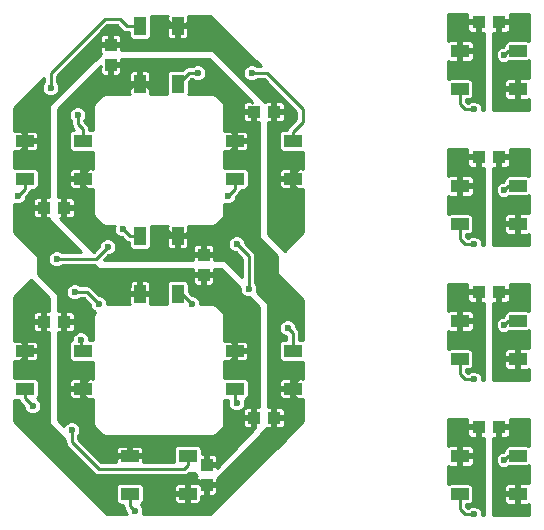
<source format=gtl>
G04 #@! TF.FileFunction,Copper,L1,Top,Signal*
%FSLAX46Y46*%
G04 Gerber Fmt 4.6, Leading zero omitted, Abs format (unit mm)*
G04 Created by KiCad (PCBNEW (2015-07-07 BZR 5906)-product) date Tue 21 Jul 2015 01:08:41 PM EDT*
%MOMM*%
G01*
G04 APERTURE LIST*
%ADD10C,0.100000*%
%ADD11R,1.100000X1.000000*%
%ADD12R,1.000000X1.100000*%
%ADD13R,1.500000X1.000000*%
%ADD14R,1.000000X1.500000*%
%ADD15C,0.600000*%
%ADD16C,0.406400*%
%ADD17C,0.254000*%
%ADD18C,0.250000*%
G04 APERTURE END LIST*
D10*
D11*
X160616000Y-113538000D03*
X158916000Y-113538000D03*
X160616000Y-124968000D03*
X158916000Y-124968000D03*
X160616000Y-102108000D03*
X158916000Y-102108000D03*
D12*
X135890000Y-129882000D03*
X135890000Y-128182000D03*
D11*
X122086000Y-116078000D03*
X123786000Y-116078000D03*
D12*
X135636000Y-110402000D03*
X135636000Y-112102000D03*
D11*
X123786000Y-106426000D03*
X122086000Y-106426000D03*
D12*
X127762000Y-94322000D03*
X127762000Y-92622000D03*
D11*
X139866000Y-98298000D03*
X141566000Y-98298000D03*
X141566000Y-124206000D03*
X139866000Y-124206000D03*
X160616000Y-90678000D03*
X158916000Y-90678000D03*
D13*
X157316000Y-96342000D03*
X162216000Y-96342000D03*
X162216000Y-93142000D03*
X157316000Y-93142000D03*
X143166000Y-118542000D03*
X138266000Y-118542000D03*
X138266000Y-121742000D03*
X143166000Y-121742000D03*
X138266000Y-103962000D03*
X143166000Y-103962000D03*
X143166000Y-100762000D03*
X138266000Y-100762000D03*
D14*
X133426000Y-95922000D03*
X133426000Y-91022000D03*
X130226000Y-91022000D03*
X130226000Y-95922000D03*
D13*
X125386000Y-100762000D03*
X120486000Y-100762000D03*
X120486000Y-103962000D03*
X125386000Y-103962000D03*
D14*
X130226000Y-108802000D03*
X130226000Y-113702000D03*
X133426000Y-113702000D03*
X133426000Y-108802000D03*
D13*
X120486000Y-121742000D03*
X125386000Y-121742000D03*
X125386000Y-118542000D03*
X120486000Y-118542000D03*
X134276000Y-127432000D03*
X129376000Y-127432000D03*
X129376000Y-130632000D03*
X134276000Y-130632000D03*
X157316000Y-107772000D03*
X162216000Y-107772000D03*
X162216000Y-104572000D03*
X157316000Y-104572000D03*
X157316000Y-130632000D03*
X162216000Y-130632000D03*
X162216000Y-127432000D03*
X157316000Y-127432000D03*
X157316000Y-119202000D03*
X162216000Y-119202000D03*
X162216000Y-116002000D03*
X157316000Y-116002000D03*
D15*
X157226000Y-118110000D03*
X157988000Y-118110000D03*
X157226000Y-117348000D03*
X157988000Y-117348000D03*
X158750000Y-118110000D03*
X158750000Y-117348000D03*
X158750000Y-128778000D03*
X158750000Y-129540000D03*
X157988000Y-128778000D03*
X157226000Y-128778000D03*
X157988000Y-129540000D03*
X157226000Y-129540000D03*
X157226000Y-106680000D03*
X157988000Y-106680000D03*
X157226000Y-105918000D03*
X157988000Y-105918000D03*
X158750000Y-106680000D03*
X158750000Y-105918000D03*
X158750000Y-94488000D03*
X158750000Y-95250000D03*
X157988000Y-94488000D03*
X157226000Y-94488000D03*
X157988000Y-95250000D03*
X157226000Y-95250000D03*
X136144000Y-108966000D03*
X136144000Y-108204000D03*
X132334000Y-108966000D03*
X131572000Y-108966000D03*
X131572000Y-108204000D03*
X132334000Y-108204000D03*
X134620000Y-108966000D03*
X135382000Y-108966000D03*
X135382000Y-108204000D03*
X134620000Y-108204000D03*
X125222000Y-106680000D03*
X143002000Y-124460000D03*
X120650000Y-115824000D03*
X138430000Y-98044000D03*
X127508000Y-95758000D03*
X119888000Y-115824000D03*
X121412000Y-119634000D03*
X121412000Y-120396000D03*
X143764000Y-124460000D03*
X142240000Y-120650000D03*
X142240000Y-119888000D03*
X139192000Y-102616000D03*
X139192000Y-101854000D03*
X137668000Y-98044000D03*
X131318000Y-94996000D03*
X132080000Y-94996000D03*
X127508000Y-96520000D03*
X125984000Y-106680000D03*
X124460000Y-102870000D03*
X124460000Y-102108000D03*
X143002000Y-122936000D03*
X143002000Y-123698000D03*
X143764000Y-123698000D03*
X143764000Y-122936000D03*
X143002000Y-120650000D03*
X143002000Y-119888000D03*
X143764000Y-119888000D03*
X143764000Y-120650000D03*
X129032000Y-95758000D03*
X128270000Y-95758000D03*
X128270000Y-96520000D03*
X129032000Y-96520000D03*
X131318000Y-95758000D03*
X132080000Y-95758000D03*
X132080000Y-96520000D03*
X131318000Y-96520000D03*
X125222000Y-102870000D03*
X125222000Y-102108000D03*
X125984000Y-102108000D03*
X125984000Y-102870000D03*
X125222000Y-105156000D03*
X125222000Y-105918000D03*
X125984000Y-105918000D03*
X125984000Y-105156000D03*
X138430000Y-99568000D03*
X138430000Y-98806000D03*
X137668000Y-98806000D03*
X137668000Y-99568000D03*
X138430000Y-101854000D03*
X138430000Y-102616000D03*
X137668000Y-102616000D03*
X137668000Y-101854000D03*
X120650000Y-119634000D03*
X120650000Y-120396000D03*
X119888000Y-120396000D03*
X119888000Y-119634000D03*
X120650000Y-117348000D03*
X120650000Y-116586000D03*
X119888000Y-116586000D03*
X119888000Y-117348000D03*
X131572000Y-109728000D03*
X132334000Y-109728000D03*
X125730000Y-130302000D03*
X125730000Y-129286000D03*
X125222000Y-128778000D03*
X124714000Y-128270000D03*
X124206000Y-127762000D03*
X123698000Y-127254000D03*
X125222000Y-129794000D03*
X124714000Y-129286000D03*
X124206000Y-128778000D03*
X123698000Y-128270000D03*
X137160000Y-131064000D03*
X137668000Y-130556000D03*
X138176000Y-130048000D03*
X138684000Y-129540000D03*
X139192000Y-129032000D03*
X139192000Y-128016000D03*
X138684000Y-128524000D03*
X138176000Y-129032000D03*
X137668000Y-129540000D03*
X137160000Y-130048000D03*
X162306000Y-118110000D03*
X162306000Y-117348000D03*
X161544000Y-117348000D03*
X160782000Y-117348000D03*
X160782000Y-118110000D03*
X161544000Y-118110000D03*
X161544000Y-129540000D03*
X160782000Y-129540000D03*
X160782000Y-128778000D03*
X161544000Y-128778000D03*
X162306000Y-128778000D03*
X162306000Y-129540000D03*
X162306000Y-106680000D03*
X162306000Y-105918000D03*
X161544000Y-105918000D03*
X160782000Y-105918000D03*
X160782000Y-106680000D03*
X161544000Y-106680000D03*
X161544000Y-95250000D03*
X160782000Y-95250000D03*
X160782000Y-94488000D03*
X161544000Y-94488000D03*
X162306000Y-94488000D03*
X162306000Y-95250000D03*
X124460000Y-123698000D03*
X124460000Y-122936000D03*
X124460000Y-120650000D03*
X124460000Y-119888000D03*
X139192000Y-120396000D03*
X139192000Y-119634000D03*
X139192000Y-117348000D03*
X139192000Y-116586000D03*
X142240000Y-105918000D03*
X142240000Y-105156000D03*
X142240000Y-102870000D03*
X142240000Y-102108000D03*
X135382000Y-91948000D03*
X134620000Y-91948000D03*
X132334000Y-91948000D03*
X131572000Y-91948000D03*
X121412000Y-98806000D03*
X121412000Y-99568000D03*
X121412000Y-102616000D03*
X121412000Y-101854000D03*
X125984000Y-119888000D03*
X125222000Y-119888000D03*
X125222000Y-120650000D03*
X125984000Y-120650000D03*
X125222000Y-122936000D03*
X125222000Y-123698000D03*
X125984000Y-123698000D03*
X125984000Y-122936000D03*
X120650000Y-101854000D03*
X120650000Y-102616000D03*
X119888000Y-102616000D03*
X119888000Y-101854000D03*
X120650000Y-99568000D03*
X120650000Y-98806000D03*
X119888000Y-98806000D03*
X119888000Y-99568000D03*
X138430000Y-119634000D03*
X138430000Y-120396000D03*
X137668000Y-120396000D03*
X137668000Y-119634000D03*
X138430000Y-117348000D03*
X138430000Y-116586000D03*
X137668000Y-116586000D03*
X137668000Y-117348000D03*
X143002000Y-102870000D03*
X143002000Y-102108000D03*
X143764000Y-102108000D03*
X143764000Y-102870000D03*
X143002000Y-105156000D03*
X143002000Y-105918000D03*
X143764000Y-105918000D03*
X143764000Y-105156000D03*
X132334000Y-91186000D03*
X131572000Y-91186000D03*
X131572000Y-90424000D03*
X132334000Y-90424000D03*
X134620000Y-91186000D03*
X135382000Y-91186000D03*
X135382000Y-90424000D03*
X134620000Y-90424000D03*
X132080000Y-113030000D03*
X131318000Y-113030000D03*
X131318000Y-112268000D03*
X132080000Y-112268000D03*
X128524000Y-112268000D03*
X129286000Y-112268000D03*
X129286000Y-113030000D03*
X128524000Y-113029992D03*
X128524000Y-113792000D03*
X129286000Y-113792000D03*
X131318000Y-113792000D03*
X132080000Y-113792000D03*
X128016000Y-127508000D03*
X128016000Y-126746000D03*
X127254000Y-126746000D03*
X127254000Y-127508000D03*
X127254000Y-125984000D03*
X128016000Y-125984000D03*
X131318000Y-127508000D03*
X132080000Y-127508000D03*
X132080000Y-126746000D03*
X132080000Y-125984000D03*
X131318000Y-125984000D03*
X131318000Y-126746000D03*
X124460000Y-125222000D03*
X125222000Y-117602000D03*
X121158000Y-123190000D03*
X126746000Y-114554000D03*
X124713986Y-113538000D03*
X134620072Y-114554000D03*
X119888000Y-105410000D03*
X128778000Y-108204000D03*
X127508000Y-109728000D03*
X123189986Y-110744000D03*
X122682000Y-96266000D03*
X124968000Y-98552000D03*
X139700000Y-94996000D03*
X135128000Y-94996000D03*
X139446000Y-113283984D03*
X137668000Y-105410000D03*
X138430004Y-122936000D03*
X138430000Y-109474000D03*
X129794000Y-132080000D03*
X142748000Y-116586000D03*
X161036000Y-116332000D03*
X161036000Y-127762000D03*
X161036000Y-104902000D03*
X161036000Y-93472000D03*
X158496000Y-120904000D03*
X158496000Y-132334000D03*
X158496000Y-109474000D03*
X158496000Y-98044000D03*
D16*
X157226000Y-118110000D02*
X157988000Y-118110000D01*
X157226000Y-117348000D02*
X157988000Y-117348000D01*
X158750000Y-118110000D02*
X158750000Y-117348000D01*
X158750000Y-129540000D02*
X158750000Y-128778000D01*
X157226000Y-128778000D02*
X157988000Y-128778000D01*
X157226000Y-129540000D02*
X157988000Y-129540000D01*
X157226000Y-106680000D02*
X157988000Y-106680000D01*
X157226000Y-105918000D02*
X157988000Y-105918000D01*
X158750000Y-106680000D02*
X158750000Y-105918000D01*
X158750000Y-95250000D02*
X158750000Y-94488000D01*
X157226000Y-94488000D02*
X157988000Y-94488000D01*
X157226000Y-95250000D02*
X157988000Y-95250000D01*
X135636000Y-110402000D02*
X135636000Y-109220000D01*
X135636000Y-109220000D02*
X135382000Y-108966000D01*
X136144000Y-108204000D02*
X136144000Y-108966000D01*
X131572000Y-108204000D02*
X131572000Y-108966000D01*
X133426000Y-108802000D02*
X132932000Y-108802000D01*
X132932000Y-108802000D02*
X132334000Y-108204000D01*
X135382000Y-108204000D02*
X135382000Y-108966000D01*
X133426000Y-108802000D02*
X134022000Y-108802000D01*
X134022000Y-108802000D02*
X134620000Y-108204000D01*
X141566000Y-124206000D02*
X142748000Y-124206000D01*
X142748000Y-124206000D02*
X143002000Y-124460000D01*
X139866000Y-98298000D02*
X138684000Y-98298000D01*
X138684000Y-98298000D02*
X138430000Y-98044000D01*
X120650000Y-116586000D02*
X120650000Y-115824000D01*
X138430000Y-98806000D02*
X138430000Y-98044000D01*
X119888000Y-116586000D02*
X119888000Y-115824000D01*
X120650000Y-120396000D02*
X121412000Y-120396000D01*
X143764000Y-123698000D02*
X143764000Y-124460000D01*
X143002000Y-120650000D02*
X142240000Y-120650000D01*
X138430000Y-101854000D02*
X139192000Y-101854000D01*
X137668000Y-98806000D02*
X137668000Y-98044000D01*
X132080000Y-95758000D02*
X132080000Y-94996000D01*
X125222000Y-102108000D02*
X124460000Y-102108000D01*
X143764000Y-123698000D02*
X143002000Y-123698000D01*
X143166000Y-121742000D02*
X143166000Y-122338000D01*
X143166000Y-122338000D02*
X143764000Y-122936000D01*
X143764000Y-119888000D02*
X143002000Y-119888000D01*
X143166000Y-121742000D02*
X143166000Y-121248000D01*
X143166000Y-121248000D02*
X143764000Y-120650000D01*
X128270000Y-96520000D02*
X128270000Y-95758000D01*
X130226000Y-95922000D02*
X129630000Y-95922000D01*
X129630000Y-95922000D02*
X129032000Y-96520000D01*
X132080000Y-96520000D02*
X132080000Y-95758000D01*
X130226000Y-95922000D02*
X130720000Y-95922000D01*
X130720000Y-95922000D02*
X131318000Y-96520000D01*
X125984000Y-102108000D02*
X125222000Y-102108000D01*
X125386000Y-103962000D02*
X125386000Y-103468000D01*
X125386000Y-103468000D02*
X125984000Y-102870000D01*
X125984000Y-105918000D02*
X125222000Y-105918000D01*
X125386000Y-103962000D02*
X125386000Y-104558000D01*
X125386000Y-104558000D02*
X125984000Y-105156000D01*
X137668000Y-98806000D02*
X138430000Y-98806000D01*
X138266000Y-100762000D02*
X138266000Y-100166000D01*
X138266000Y-100166000D02*
X137668000Y-99568000D01*
X137668000Y-102616000D02*
X138430000Y-102616000D01*
X138266000Y-100762000D02*
X138266000Y-101256000D01*
X138266000Y-101256000D02*
X137668000Y-101854000D01*
X119888000Y-120396000D02*
X120650000Y-120396000D01*
X120486000Y-118542000D02*
X120486000Y-119036000D01*
X120486000Y-119036000D02*
X119888000Y-119634000D01*
X119888000Y-116586000D02*
X120650000Y-116586000D01*
X120486000Y-118542000D02*
X120486000Y-117946000D01*
X120486000Y-117946000D02*
X119888000Y-117348000D01*
X131572000Y-110236000D02*
X131572000Y-108966000D01*
X135890000Y-129882000D02*
X135470000Y-129882000D01*
X135470000Y-129882000D02*
X135128000Y-129540000D01*
X134461600Y-129540000D02*
X135128000Y-129540000D01*
X134276000Y-129725600D02*
X134461600Y-129540000D01*
X134276000Y-130632000D02*
X134276000Y-129725600D01*
X125730000Y-129286000D02*
X125222000Y-128778000D01*
X124714000Y-128270000D02*
X124206000Y-127762000D01*
X125730000Y-130302000D02*
X125222000Y-129794000D01*
X124714000Y-129286000D02*
X124206000Y-128778000D01*
X122174000Y-126746000D02*
X123698000Y-128270000D01*
X122174000Y-121158000D02*
X122174000Y-126746000D01*
X121412000Y-120396000D02*
X122174000Y-121158000D01*
X134276000Y-131538400D02*
X134563600Y-131826000D01*
X134276000Y-130632000D02*
X134276000Y-131538400D01*
X136398000Y-131826000D02*
X137160000Y-131064000D01*
X134563600Y-131826000D02*
X136398000Y-131826000D01*
X137668000Y-130556000D02*
X138176000Y-130048000D01*
X138684000Y-129540000D02*
X139192000Y-129032000D01*
X139192000Y-128016000D02*
X138684000Y-128524000D01*
X138176000Y-129032000D02*
X137668000Y-129540000D01*
X134276000Y-129725600D02*
X133836400Y-129286000D01*
X133836400Y-129286000D02*
X125730000Y-129286000D01*
X162306000Y-118110000D02*
X162306000Y-117348000D01*
X161544000Y-117348000D02*
X160782000Y-117348000D01*
X160782000Y-118110000D02*
X161544000Y-118110000D01*
X160782000Y-129540000D02*
X161544000Y-129540000D01*
X161544000Y-128778000D02*
X160782000Y-128778000D01*
X162306000Y-129540000D02*
X162306000Y-128778000D01*
X162306000Y-106680000D02*
X162306000Y-105918000D01*
X161544000Y-105918000D02*
X160782000Y-105918000D01*
X160782000Y-106680000D02*
X161544000Y-106680000D01*
X160782000Y-95250000D02*
X161544000Y-95250000D01*
X161544000Y-94488000D02*
X160782000Y-94488000D01*
X162306000Y-95250000D02*
X162306000Y-94488000D01*
X125222000Y-122936000D02*
X124460000Y-122936000D01*
X125222000Y-119888000D02*
X124460000Y-119888000D01*
X138430000Y-120396000D02*
X139192000Y-120396000D01*
X139192000Y-116586000D02*
X139192000Y-117348000D01*
X143002000Y-105156000D02*
X142240000Y-105156000D01*
X143002000Y-102108000D02*
X142240000Y-102108000D01*
X134620000Y-91186000D02*
X134620000Y-91948000D01*
X131572000Y-91186000D02*
X131572000Y-91948000D01*
X120650000Y-99568000D02*
X121412000Y-99568000D01*
X120650000Y-101854000D02*
X121412000Y-101854000D01*
X125222000Y-120650000D02*
X125222000Y-119888000D01*
X125386000Y-121742000D02*
X125386000Y-121248000D01*
X125386000Y-121248000D02*
X125984000Y-120650000D01*
X125984000Y-123698000D02*
X125222000Y-123698000D01*
X125386000Y-121742000D02*
X125386000Y-122338000D01*
X125386000Y-122338000D02*
X125984000Y-122936000D01*
X119888000Y-102616000D02*
X120650000Y-102616000D01*
X120486000Y-100762000D02*
X120486000Y-101256000D01*
X120486000Y-101256000D02*
X119888000Y-101854000D01*
X119888000Y-98806000D02*
X120650000Y-98806000D01*
X120486000Y-100762000D02*
X120486000Y-100166000D01*
X120486000Y-100166000D02*
X119888000Y-99568000D01*
X137668000Y-120396000D02*
X138430000Y-120396000D01*
X138266000Y-118542000D02*
X138266000Y-119036000D01*
X138266000Y-119036000D02*
X137668000Y-119634000D01*
X137668000Y-116586000D02*
X138430000Y-116586000D01*
X138266000Y-118542000D02*
X138266000Y-117946000D01*
X138266000Y-117946000D02*
X137668000Y-117348000D01*
X143764000Y-102108000D02*
X143002000Y-102108000D01*
X143166000Y-103962000D02*
X143166000Y-103468000D01*
X143166000Y-103468000D02*
X143764000Y-102870000D01*
X143764000Y-105918000D02*
X143002000Y-105918000D01*
X143166000Y-103962000D02*
X143166000Y-104558000D01*
X143166000Y-104558000D02*
X143764000Y-105156000D01*
X131572000Y-90424000D02*
X131572000Y-91186000D01*
X133426000Y-91022000D02*
X132932000Y-91022000D01*
X132932000Y-91022000D02*
X132334000Y-90424000D01*
X135382000Y-90424000D02*
X135382000Y-91186000D01*
X133426000Y-91022000D02*
X134022000Y-91022000D01*
X134022000Y-91022000D02*
X134620000Y-90424000D01*
X131318000Y-113030000D02*
X131318000Y-112268000D01*
X128524000Y-112268000D02*
X129286000Y-112268000D01*
X128524000Y-113029992D02*
X128524000Y-113792000D01*
X130226000Y-113702000D02*
X129319600Y-113702000D01*
X129319600Y-113702000D02*
X129286000Y-113735600D01*
X129286000Y-113735600D02*
X129286000Y-113792000D01*
X130226000Y-113702000D02*
X131228000Y-113702000D01*
X131228000Y-113702000D02*
X131318000Y-113792000D01*
X132080000Y-113030000D02*
X132080000Y-113792000D01*
X128092000Y-127432000D02*
X128016000Y-127508000D01*
X129376000Y-127432000D02*
X128092000Y-127432000D01*
X128016000Y-126746000D02*
X127254000Y-126746000D01*
X127254000Y-126746000D02*
X127254000Y-125984000D01*
X131242000Y-127432000D02*
X131318000Y-127508000D01*
X129376000Y-127432000D02*
X131242000Y-127432000D01*
X132080000Y-127508000D02*
X132080000Y-126746000D01*
X132080000Y-125984000D02*
X131318000Y-125984000D01*
D17*
X126746000Y-128524000D02*
X124460000Y-126238000D01*
X133938000Y-128524000D02*
X126746000Y-128524000D01*
X134276000Y-128186000D02*
X133938000Y-128524000D01*
X124460000Y-126238000D02*
X124460000Y-125222000D01*
X134276000Y-127432000D02*
X134276000Y-128186000D01*
X125222000Y-118378000D02*
X125386000Y-118542000D01*
X125222000Y-117602000D02*
X125222000Y-118378000D01*
X120486000Y-121742000D02*
X120486000Y-122518000D01*
X120486000Y-122518000D02*
X121158000Y-123190000D01*
X125730000Y-113538000D02*
X124713986Y-113538000D01*
X126746000Y-114554000D02*
X125730000Y-113538000D01*
X133768072Y-113702000D02*
X134620072Y-114554000D01*
X133426000Y-113702000D02*
X133768072Y-113702000D01*
X120486000Y-103962000D02*
X120486000Y-104812000D01*
X120486000Y-104812000D02*
X119888000Y-105410000D01*
X130226000Y-108802000D02*
X129376000Y-108802000D01*
X129376000Y-108802000D02*
X128778000Y-108204000D01*
X127508000Y-109728000D02*
X126492000Y-110744000D01*
X126492000Y-110744000D02*
X123614250Y-110744000D01*
X123614250Y-110744000D02*
X123189986Y-110744000D01*
X130226000Y-91022000D02*
X129472000Y-91022000D01*
X129472000Y-91022000D02*
X129122000Y-91022000D01*
X129122000Y-91022000D02*
X128524000Y-90424000D01*
X128524000Y-90424000D02*
X127254000Y-90424000D01*
X122682000Y-94996000D02*
X122682000Y-96266000D01*
X127254000Y-90424000D02*
X122682000Y-94996000D01*
X124968000Y-98552000D02*
X124968000Y-99314000D01*
X125386000Y-99732000D02*
X125386000Y-100762000D01*
X124968000Y-99314000D02*
X125386000Y-99732000D01*
X143166000Y-100008000D02*
X144018000Y-99156000D01*
X143166000Y-100762000D02*
X143166000Y-100008000D01*
X144018000Y-99156000D02*
X144018000Y-98044000D01*
X140970000Y-94996000D02*
X139700000Y-94996000D01*
X144018000Y-98044000D02*
X140970000Y-94996000D01*
X134352000Y-94996000D02*
X133426000Y-95922000D01*
X135128000Y-94996000D02*
X134352000Y-94996000D01*
X139446000Y-113284000D02*
X139446000Y-113283984D01*
X138266000Y-103962000D02*
X138266000Y-104812000D01*
X138266000Y-104812000D02*
X137668000Y-105410000D01*
X138266000Y-122771996D02*
X138430004Y-122936000D01*
X138266000Y-121742000D02*
X138266000Y-122771996D01*
X139446000Y-112859720D02*
X139446000Y-113283984D01*
X139446000Y-110490000D02*
X139446000Y-112859720D01*
X138938000Y-109982000D02*
X139446000Y-110490000D01*
X138938000Y-109982000D02*
X138430000Y-109474000D01*
X129376000Y-131662000D02*
X129794000Y-132080000D01*
X129376000Y-130632000D02*
X129376000Y-131662000D01*
X143166000Y-117004000D02*
X142748000Y-116586000D01*
X143166000Y-118542000D02*
X143166000Y-117004000D01*
D18*
X161366000Y-116002000D02*
X161036000Y-116332000D01*
X162216000Y-116002000D02*
X161366000Y-116002000D01*
X162216000Y-127432000D02*
X161366000Y-127432000D01*
X161366000Y-127432000D02*
X161036000Y-127762000D01*
X161366000Y-104572000D02*
X161036000Y-104902000D01*
X162216000Y-104572000D02*
X161366000Y-104572000D01*
X162216000Y-93142000D02*
X161366000Y-93142000D01*
X161366000Y-93142000D02*
X161036000Y-93472000D01*
X158496000Y-120904000D02*
X157734000Y-120904000D01*
X157316000Y-120486000D02*
X157316000Y-119202000D01*
X157734000Y-120904000D02*
X157316000Y-120486000D01*
X157734000Y-132334000D02*
X157316000Y-131916000D01*
X157316000Y-131916000D02*
X157316000Y-130632000D01*
X158496000Y-132334000D02*
X157734000Y-132334000D01*
X158496000Y-109474000D02*
X157734000Y-109474000D01*
X157316000Y-109056000D02*
X157316000Y-107772000D01*
X157734000Y-109474000D02*
X157316000Y-109056000D01*
X157734000Y-98044000D02*
X157316000Y-97626000D01*
X157316000Y-97626000D02*
X157316000Y-96342000D01*
X158496000Y-98044000D02*
X157734000Y-98044000D01*
D17*
G36*
X144044200Y-108512432D02*
X143039000Y-109517631D01*
X143039000Y-104747750D01*
X143039000Y-104089000D01*
X143039000Y-103835000D01*
X143039000Y-103176250D01*
X142943750Y-103081000D01*
X142340214Y-103081000D01*
X142200180Y-103139004D01*
X142093004Y-103246181D01*
X142035000Y-103386215D01*
X142035000Y-103537786D01*
X142035000Y-103739750D01*
X142130250Y-103835000D01*
X143039000Y-103835000D01*
X143039000Y-104089000D01*
X142130250Y-104089000D01*
X142035000Y-104184250D01*
X142035000Y-104386214D01*
X142035000Y-104537785D01*
X142093004Y-104677819D01*
X142200180Y-104784996D01*
X142340214Y-104843000D01*
X142943750Y-104843000D01*
X143039000Y-104747750D01*
X143039000Y-109517631D01*
X142497118Y-110059513D01*
X141097000Y-108659395D01*
X141097000Y-99179000D01*
X141343750Y-99179000D01*
X141439000Y-99083750D01*
X141439000Y-98425000D01*
X141419000Y-98425000D01*
X141419000Y-98171000D01*
X141439000Y-98171000D01*
X141439000Y-97512250D01*
X141343750Y-97417000D01*
X140940214Y-97417000D01*
X140824524Y-97464919D01*
X136450605Y-93091000D01*
X134307000Y-93091000D01*
X134307000Y-91847786D01*
X134307000Y-91244250D01*
X134211750Y-91149000D01*
X133553000Y-91149000D01*
X133553000Y-92057750D01*
X133648250Y-92153000D01*
X133850214Y-92153000D01*
X134001785Y-92153000D01*
X134141819Y-92094996D01*
X134248996Y-91987820D01*
X134307000Y-91847786D01*
X134307000Y-93091000D01*
X133299000Y-93091000D01*
X133299000Y-92057750D01*
X133299000Y-91149000D01*
X132640250Y-91149000D01*
X132545000Y-91244250D01*
X132545000Y-91847786D01*
X132603004Y-91987820D01*
X132710181Y-92094996D01*
X132850215Y-92153000D01*
X133001786Y-92153000D01*
X133203750Y-92153000D01*
X133299000Y-92057750D01*
X133299000Y-93091000D01*
X128643000Y-93091000D01*
X128643000Y-92844250D01*
X128643000Y-92399750D01*
X128643000Y-91996214D01*
X128584996Y-91856180D01*
X128477819Y-91749004D01*
X128337785Y-91691000D01*
X128186214Y-91691000D01*
X127984250Y-91691000D01*
X127889000Y-91786250D01*
X127889000Y-92495000D01*
X128547750Y-92495000D01*
X128643000Y-92399750D01*
X128643000Y-92844250D01*
X128547750Y-92749000D01*
X127889000Y-92749000D01*
X127889000Y-92769000D01*
X127635000Y-92769000D01*
X127635000Y-92749000D01*
X127635000Y-92495000D01*
X127635000Y-91786250D01*
X127539750Y-91691000D01*
X127337786Y-91691000D01*
X127186215Y-91691000D01*
X127046181Y-91749004D01*
X126939004Y-91856180D01*
X126881000Y-91996214D01*
X126881000Y-92399750D01*
X126976250Y-92495000D01*
X127635000Y-92495000D01*
X127635000Y-92749000D01*
X126976250Y-92749000D01*
X126881000Y-92844250D01*
X126881000Y-93247786D01*
X126928919Y-93363475D01*
X122555000Y-97737395D01*
X122555000Y-105545000D01*
X122308250Y-105545000D01*
X122213000Y-105640250D01*
X122213000Y-106299000D01*
X122233000Y-106299000D01*
X122233000Y-106553000D01*
X122213000Y-106553000D01*
X122213000Y-107211750D01*
X122308250Y-107307000D01*
X122555000Y-107307000D01*
X122555000Y-107494605D01*
X125245594Y-110185200D01*
X123666180Y-110185200D01*
X123605059Y-110123972D01*
X123336189Y-110012327D01*
X123045061Y-110012073D01*
X122775996Y-110123248D01*
X122569958Y-110328927D01*
X122458313Y-110597797D01*
X122458059Y-110888925D01*
X122569234Y-111157990D01*
X122774913Y-111364028D01*
X123043783Y-111475673D01*
X123334911Y-111475927D01*
X123603976Y-111364752D01*
X123666036Y-111302800D01*
X126363194Y-111302800D01*
X126693395Y-111633000D01*
X134755000Y-111633000D01*
X134755000Y-111879750D01*
X134850250Y-111975000D01*
X135509000Y-111975000D01*
X135509000Y-111955000D01*
X135763000Y-111955000D01*
X135763000Y-111975000D01*
X136421750Y-111975000D01*
X136517000Y-111879750D01*
X136517000Y-111633000D01*
X137107395Y-111633000D01*
X138714237Y-113239842D01*
X138714073Y-113428909D01*
X138825248Y-113697974D01*
X139030927Y-113904012D01*
X139299797Y-114015657D01*
X139490218Y-114015823D01*
X140335000Y-114860605D01*
X140335000Y-123325000D01*
X140088250Y-123325000D01*
X139993000Y-123420250D01*
X139993000Y-124079000D01*
X140013000Y-124079000D01*
X140013000Y-124333000D01*
X139993000Y-124333000D01*
X139993000Y-124991750D01*
X140010820Y-125009570D01*
X139739000Y-125299511D01*
X139739000Y-124991750D01*
X139739000Y-124333000D01*
X139739000Y-124079000D01*
X139739000Y-123420250D01*
X139643750Y-123325000D01*
X139456259Y-123325000D01*
X139456259Y-122242000D01*
X139456259Y-121242000D01*
X139424315Y-121077356D01*
X139397000Y-121035773D01*
X139397000Y-119117785D01*
X139397000Y-118966214D01*
X139397000Y-118764250D01*
X139397000Y-118319750D01*
X139397000Y-118117786D01*
X139397000Y-117966215D01*
X139338996Y-117826181D01*
X139231820Y-117719004D01*
X139091786Y-117661000D01*
X138488250Y-117661000D01*
X138393000Y-117756250D01*
X138393000Y-118415000D01*
X139301750Y-118415000D01*
X139397000Y-118319750D01*
X139397000Y-118764250D01*
X139301750Y-118669000D01*
X138393000Y-118669000D01*
X138393000Y-119327750D01*
X138488250Y-119423000D01*
X139091786Y-119423000D01*
X139231820Y-119364996D01*
X139338996Y-119257819D01*
X139397000Y-119117785D01*
X139397000Y-121035773D01*
X139329258Y-120932649D01*
X139185755Y-120835784D01*
X139016000Y-120801741D01*
X137516000Y-120801741D01*
X137387800Y-120826614D01*
X137387800Y-119401289D01*
X137440214Y-119423000D01*
X138043750Y-119423000D01*
X138139000Y-119327750D01*
X138139000Y-118669000D01*
X138119000Y-118669000D01*
X138119000Y-118415000D01*
X138139000Y-118415000D01*
X138139000Y-117756250D01*
X138043750Y-117661000D01*
X137440214Y-117661000D01*
X137387800Y-117682710D01*
X137387800Y-115570000D01*
X137351125Y-115385623D01*
X137246684Y-115229316D01*
X136738684Y-114721316D01*
X136582377Y-114616875D01*
X136517000Y-114603870D01*
X136517000Y-112727786D01*
X136517000Y-112324250D01*
X136421750Y-112229000D01*
X135763000Y-112229000D01*
X135763000Y-112937750D01*
X135858250Y-113033000D01*
X136060214Y-113033000D01*
X136211785Y-113033000D01*
X136351819Y-112974996D01*
X136458996Y-112867820D01*
X136517000Y-112727786D01*
X136517000Y-114603870D01*
X136398000Y-114580200D01*
X135509000Y-114580200D01*
X135509000Y-112937750D01*
X135509000Y-112229000D01*
X134850250Y-112229000D01*
X134755000Y-112324250D01*
X134755000Y-112727786D01*
X134813004Y-112867820D01*
X134920181Y-112974996D01*
X135060215Y-113033000D01*
X135211786Y-113033000D01*
X135413750Y-113033000D01*
X135509000Y-112937750D01*
X135509000Y-114580200D01*
X135351849Y-114580200D01*
X135351999Y-114409075D01*
X135240824Y-114140010D01*
X135035145Y-113933972D01*
X134766275Y-113822327D01*
X134678584Y-113822250D01*
X134366259Y-113509925D01*
X134366259Y-112952000D01*
X134334315Y-112787356D01*
X134239258Y-112642649D01*
X134095755Y-112545784D01*
X133926000Y-112511741D01*
X132926000Y-112511741D01*
X132761356Y-112543685D01*
X132616649Y-112638742D01*
X132519784Y-112782245D01*
X132485741Y-112952000D01*
X132485741Y-114452000D01*
X132510614Y-114580200D01*
X131085289Y-114580200D01*
X131107000Y-114527786D01*
X131107000Y-113924250D01*
X131107000Y-113479750D01*
X131107000Y-112876214D01*
X131048996Y-112736180D01*
X130941819Y-112629004D01*
X130801785Y-112571000D01*
X130650214Y-112571000D01*
X130448250Y-112571000D01*
X130353000Y-112666250D01*
X130353000Y-113575000D01*
X131011750Y-113575000D01*
X131107000Y-113479750D01*
X131107000Y-113924250D01*
X131011750Y-113829000D01*
X130353000Y-113829000D01*
X130353000Y-113849000D01*
X130099000Y-113849000D01*
X130099000Y-113829000D01*
X130099000Y-113575000D01*
X130099000Y-112666250D01*
X130003750Y-112571000D01*
X129801786Y-112571000D01*
X129650215Y-112571000D01*
X129510181Y-112629004D01*
X129403004Y-112736180D01*
X129345000Y-112876214D01*
X129345000Y-113479750D01*
X129440250Y-113575000D01*
X130099000Y-113575000D01*
X130099000Y-113829000D01*
X129440250Y-113829000D01*
X129345000Y-113924250D01*
X129345000Y-114527786D01*
X129366710Y-114580200D01*
X127477777Y-114580200D01*
X127477927Y-114409075D01*
X127366752Y-114140010D01*
X127161073Y-113933972D01*
X126892203Y-113822327D01*
X126804512Y-113822250D01*
X126125131Y-113142869D01*
X125943844Y-113021736D01*
X125730000Y-112979200D01*
X125190180Y-112979200D01*
X125129059Y-112917972D01*
X124860189Y-112806327D01*
X124569061Y-112806073D01*
X124299996Y-112917248D01*
X124093958Y-113122927D01*
X123982313Y-113391797D01*
X123982059Y-113682925D01*
X124093234Y-113951990D01*
X124298913Y-114158028D01*
X124567783Y-114269673D01*
X124858911Y-114269927D01*
X125127976Y-114158752D01*
X125190036Y-114096800D01*
X125498538Y-114096800D01*
X126014148Y-114612410D01*
X126014073Y-114698925D01*
X126125248Y-114967990D01*
X126330927Y-115174028D01*
X126422556Y-115212075D01*
X126405316Y-115229316D01*
X126300875Y-115385623D01*
X126264200Y-115570000D01*
X126264200Y-117627450D01*
X126136000Y-117601741D01*
X125953800Y-117601741D01*
X125953927Y-117457075D01*
X125842752Y-117188010D01*
X125637073Y-116981972D01*
X125368203Y-116870327D01*
X125077075Y-116870073D01*
X124808010Y-116981248D01*
X124717000Y-117072099D01*
X124717000Y-116653785D01*
X124717000Y-116502214D01*
X124717000Y-116300250D01*
X124717000Y-115855750D01*
X124717000Y-115653786D01*
X124717000Y-115502215D01*
X124658996Y-115362181D01*
X124551820Y-115255004D01*
X124411786Y-115197000D01*
X124008250Y-115197000D01*
X123913000Y-115292250D01*
X123913000Y-115951000D01*
X124621750Y-115951000D01*
X124717000Y-115855750D01*
X124717000Y-116300250D01*
X124621750Y-116205000D01*
X123913000Y-116205000D01*
X123913000Y-116863750D01*
X124008250Y-116959000D01*
X124411786Y-116959000D01*
X124551820Y-116900996D01*
X124658996Y-116793819D01*
X124717000Y-116653785D01*
X124717000Y-117072099D01*
X124601972Y-117186927D01*
X124490327Y-117455797D01*
X124490174Y-117630033D01*
X124471356Y-117633685D01*
X124326649Y-117728742D01*
X124229784Y-117872245D01*
X124195741Y-118042000D01*
X124195741Y-119042000D01*
X124227685Y-119206644D01*
X124322742Y-119351351D01*
X124466245Y-119448216D01*
X124636000Y-119482259D01*
X126136000Y-119482259D01*
X126264200Y-119457385D01*
X126264200Y-120882710D01*
X126211786Y-120861000D01*
X125608250Y-120861000D01*
X125513000Y-120956250D01*
X125513000Y-121615000D01*
X125533000Y-121615000D01*
X125533000Y-121869000D01*
X125513000Y-121869000D01*
X125513000Y-122527750D01*
X125608250Y-122623000D01*
X126211786Y-122623000D01*
X126264200Y-122601289D01*
X126264200Y-124714000D01*
X126300875Y-124898377D01*
X126405316Y-125054684D01*
X126913316Y-125562684D01*
X127069623Y-125667125D01*
X127254000Y-125703800D01*
X136398000Y-125703800D01*
X136582377Y-125667125D01*
X136738684Y-125562684D01*
X137246684Y-125054684D01*
X137351125Y-124898377D01*
X137387800Y-124714000D01*
X137387800Y-122656549D01*
X137516000Y-122682259D01*
X137707200Y-122682259D01*
X137707200Y-122768438D01*
X137698331Y-122789797D01*
X137698077Y-123080925D01*
X137809252Y-123349990D01*
X138014931Y-123556028D01*
X138283801Y-123667673D01*
X138574929Y-123667927D01*
X138843994Y-123556752D01*
X139050032Y-123351073D01*
X139161677Y-123082203D01*
X139161931Y-122791075D01*
X139109475Y-122664122D01*
X139180644Y-122650315D01*
X139325351Y-122555258D01*
X139422216Y-122411755D01*
X139456259Y-122242000D01*
X139456259Y-123325000D01*
X139240214Y-123325000D01*
X139100180Y-123383004D01*
X138993004Y-123490181D01*
X138935000Y-123630215D01*
X138935000Y-123781786D01*
X138935000Y-123983750D01*
X139030250Y-124079000D01*
X139739000Y-124079000D01*
X139739000Y-124333000D01*
X139030250Y-124333000D01*
X138935000Y-124428250D01*
X138935000Y-124630214D01*
X138935000Y-124781785D01*
X138993004Y-124921819D01*
X139100180Y-125028996D01*
X139240214Y-125087000D01*
X139643750Y-125087000D01*
X139739000Y-124991750D01*
X139739000Y-125299511D01*
X136771000Y-128465378D01*
X136771000Y-128404250D01*
X136771000Y-127959750D01*
X136771000Y-127556214D01*
X136712996Y-127416180D01*
X136605819Y-127309004D01*
X136465785Y-127251000D01*
X136314214Y-127251000D01*
X136112250Y-127251000D01*
X136017000Y-127346250D01*
X136017000Y-128055000D01*
X136675750Y-128055000D01*
X136771000Y-127959750D01*
X136771000Y-128404250D01*
X136675750Y-128309000D01*
X136017000Y-128309000D01*
X136017000Y-128329000D01*
X135763000Y-128329000D01*
X135763000Y-128309000D01*
X135743000Y-128309000D01*
X135743000Y-128055000D01*
X135763000Y-128055000D01*
X135763000Y-127346250D01*
X135667750Y-127251000D01*
X135466259Y-127251000D01*
X135466259Y-126932000D01*
X135434315Y-126767356D01*
X135339258Y-126622649D01*
X135195755Y-126525784D01*
X135026000Y-126491741D01*
X133526000Y-126491741D01*
X133361356Y-126523685D01*
X133216649Y-126618742D01*
X133119784Y-126762245D01*
X133085741Y-126932000D01*
X133085741Y-127932000D01*
X133092182Y-127965200D01*
X130507000Y-127965200D01*
X130507000Y-127856214D01*
X130507000Y-127654250D01*
X130507000Y-127209750D01*
X130507000Y-127007786D01*
X130507000Y-126856215D01*
X130448996Y-126716181D01*
X130341820Y-126609004D01*
X130201786Y-126551000D01*
X129598250Y-126551000D01*
X129503000Y-126646250D01*
X129503000Y-127305000D01*
X130411750Y-127305000D01*
X130507000Y-127209750D01*
X130507000Y-127654250D01*
X130411750Y-127559000D01*
X129503000Y-127559000D01*
X129503000Y-127579000D01*
X129249000Y-127579000D01*
X129249000Y-127559000D01*
X129249000Y-127305000D01*
X129249000Y-126646250D01*
X129153750Y-126551000D01*
X128550214Y-126551000D01*
X128410180Y-126609004D01*
X128303004Y-126716181D01*
X128245000Y-126856215D01*
X128245000Y-127007786D01*
X128245000Y-127209750D01*
X128340250Y-127305000D01*
X129249000Y-127305000D01*
X129249000Y-127559000D01*
X128340250Y-127559000D01*
X128245000Y-127654250D01*
X128245000Y-127856214D01*
X128245000Y-127965200D01*
X126977462Y-127965200D01*
X125259000Y-126246738D01*
X125259000Y-122527750D01*
X125259000Y-121869000D01*
X125259000Y-121615000D01*
X125259000Y-120956250D01*
X125163750Y-120861000D01*
X124560214Y-120861000D01*
X124420180Y-120919004D01*
X124313004Y-121026181D01*
X124255000Y-121166215D01*
X124255000Y-121317786D01*
X124255000Y-121519750D01*
X124350250Y-121615000D01*
X125259000Y-121615000D01*
X125259000Y-121869000D01*
X124350250Y-121869000D01*
X124255000Y-121964250D01*
X124255000Y-122166214D01*
X124255000Y-122317785D01*
X124313004Y-122457819D01*
X124420180Y-122564996D01*
X124560214Y-122623000D01*
X125163750Y-122623000D01*
X125259000Y-122527750D01*
X125259000Y-126246738D01*
X125018800Y-126006538D01*
X125018800Y-125698194D01*
X125080028Y-125637073D01*
X125191673Y-125368203D01*
X125191927Y-125077075D01*
X125080752Y-124808010D01*
X124875073Y-124601972D01*
X124606203Y-124490327D01*
X124315075Y-124490073D01*
X124046010Y-124601248D01*
X123839972Y-124806927D01*
X123803754Y-124894149D01*
X123317000Y-124407395D01*
X123317000Y-116959000D01*
X123563750Y-116959000D01*
X123659000Y-116863750D01*
X123659000Y-116205000D01*
X123639000Y-116205000D01*
X123639000Y-115951000D01*
X123659000Y-115951000D01*
X123659000Y-115292250D01*
X123563750Y-115197000D01*
X123317000Y-115197000D01*
X123317000Y-113739395D01*
X121959000Y-112381395D01*
X121959000Y-107211750D01*
X121959000Y-106553000D01*
X121959000Y-106299000D01*
X121959000Y-105640250D01*
X121863750Y-105545000D01*
X121460214Y-105545000D01*
X121320180Y-105603004D01*
X121213004Y-105710181D01*
X121155000Y-105850215D01*
X121155000Y-106001786D01*
X121155000Y-106203750D01*
X121250250Y-106299000D01*
X121959000Y-106299000D01*
X121959000Y-106553000D01*
X121250250Y-106553000D01*
X121155000Y-106648250D01*
X121155000Y-106850214D01*
X121155000Y-107001785D01*
X121213004Y-107141819D01*
X121320180Y-107248996D01*
X121460214Y-107307000D01*
X121863750Y-107307000D01*
X121959000Y-107211750D01*
X121959000Y-112381395D01*
X121570623Y-111993018D01*
X121603125Y-111944377D01*
X121639800Y-111760000D01*
X121639800Y-110744000D01*
X121603125Y-110559623D01*
X121498684Y-110403316D01*
X119607800Y-108512432D01*
X119607800Y-106086032D01*
X119741797Y-106141673D01*
X120032925Y-106141927D01*
X120301990Y-106030752D01*
X120508028Y-105825073D01*
X120619673Y-105556203D01*
X120619749Y-105468512D01*
X120881131Y-105207131D01*
X121002264Y-105025844D01*
X121002265Y-105025843D01*
X121026846Y-104902259D01*
X121236000Y-104902259D01*
X121400644Y-104870315D01*
X121545351Y-104775258D01*
X121642216Y-104631755D01*
X121676259Y-104462000D01*
X121676259Y-103462000D01*
X121644315Y-103297356D01*
X121617000Y-103255773D01*
X121617000Y-101337785D01*
X121617000Y-101186214D01*
X121617000Y-100984250D01*
X121617000Y-100539750D01*
X121617000Y-100337786D01*
X121617000Y-100186215D01*
X121558996Y-100046181D01*
X121451820Y-99939004D01*
X121311786Y-99881000D01*
X120708250Y-99881000D01*
X120613000Y-99976250D01*
X120613000Y-100635000D01*
X121521750Y-100635000D01*
X121617000Y-100539750D01*
X121617000Y-100984250D01*
X121521750Y-100889000D01*
X120613000Y-100889000D01*
X120613000Y-101547750D01*
X120708250Y-101643000D01*
X121311786Y-101643000D01*
X121451820Y-101584996D01*
X121558996Y-101477819D01*
X121617000Y-101337785D01*
X121617000Y-103255773D01*
X121549258Y-103152649D01*
X121405755Y-103055784D01*
X121236000Y-103021741D01*
X119736000Y-103021741D01*
X119607800Y-103046614D01*
X119607800Y-101621289D01*
X119660214Y-101643000D01*
X120263750Y-101643000D01*
X120359000Y-101547750D01*
X120359000Y-100889000D01*
X120339000Y-100889000D01*
X120339000Y-100635000D01*
X120359000Y-100635000D01*
X120359000Y-99976250D01*
X120263750Y-99881000D01*
X119660214Y-99881000D01*
X119607800Y-99902710D01*
X119607800Y-97989568D01*
X122123200Y-95474168D01*
X122123200Y-95789805D01*
X122061972Y-95850927D01*
X121950327Y-96119797D01*
X121950073Y-96410925D01*
X122061248Y-96679990D01*
X122266927Y-96886028D01*
X122535797Y-96997673D01*
X122826925Y-96997927D01*
X123095990Y-96886752D01*
X123302028Y-96681073D01*
X123413673Y-96412203D01*
X123413927Y-96121075D01*
X123302752Y-95852010D01*
X123240800Y-95789949D01*
X123240800Y-95227462D01*
X127485462Y-90982800D01*
X128292538Y-90982800D01*
X128726869Y-91417131D01*
X128908156Y-91538264D01*
X128908157Y-91538265D01*
X129122000Y-91580800D01*
X129285741Y-91580800D01*
X129285741Y-91772000D01*
X129317685Y-91936644D01*
X129412742Y-92081351D01*
X129556245Y-92178216D01*
X129726000Y-92212259D01*
X130726000Y-92212259D01*
X130890644Y-92180315D01*
X131035351Y-92085258D01*
X131132216Y-91941755D01*
X131166259Y-91772000D01*
X131166259Y-90272000D01*
X131141385Y-90143800D01*
X132566710Y-90143800D01*
X132545000Y-90196214D01*
X132545000Y-90799750D01*
X132640250Y-90895000D01*
X133299000Y-90895000D01*
X133299000Y-90875000D01*
X133553000Y-90875000D01*
X133553000Y-90895000D01*
X134211750Y-90895000D01*
X134307000Y-90799750D01*
X134307000Y-90196214D01*
X134285289Y-90143800D01*
X136198432Y-90143800D01*
X140491832Y-94437200D01*
X140176194Y-94437200D01*
X140115073Y-94375972D01*
X139846203Y-94264327D01*
X139555075Y-94264073D01*
X139286010Y-94375248D01*
X139079972Y-94580927D01*
X138968327Y-94849797D01*
X138968073Y-95140925D01*
X139079248Y-95409990D01*
X139284927Y-95616028D01*
X139553797Y-95727673D01*
X139844925Y-95727927D01*
X140113990Y-95616752D01*
X140176050Y-95554800D01*
X140738538Y-95554800D01*
X143459200Y-98275462D01*
X143459200Y-98924538D01*
X142770869Y-99612869D01*
X142649736Y-99794156D01*
X142644249Y-99821741D01*
X142497000Y-99821741D01*
X142497000Y-98873785D01*
X142497000Y-98722214D01*
X142497000Y-98520250D01*
X142497000Y-98075750D01*
X142497000Y-97873786D01*
X142497000Y-97722215D01*
X142438996Y-97582181D01*
X142331820Y-97475004D01*
X142191786Y-97417000D01*
X141788250Y-97417000D01*
X141693000Y-97512250D01*
X141693000Y-98171000D01*
X142401750Y-98171000D01*
X142497000Y-98075750D01*
X142497000Y-98520250D01*
X142401750Y-98425000D01*
X141693000Y-98425000D01*
X141693000Y-99083750D01*
X141788250Y-99179000D01*
X142191786Y-99179000D01*
X142331820Y-99120996D01*
X142438996Y-99013819D01*
X142497000Y-98873785D01*
X142497000Y-99821741D01*
X142416000Y-99821741D01*
X142251356Y-99853685D01*
X142106649Y-99948742D01*
X142009784Y-100092245D01*
X141975741Y-100262000D01*
X141975741Y-101262000D01*
X142007685Y-101426644D01*
X142102742Y-101571351D01*
X142246245Y-101668216D01*
X142416000Y-101702259D01*
X143916000Y-101702259D01*
X144044200Y-101677385D01*
X144044200Y-103102710D01*
X143991786Y-103081000D01*
X143388250Y-103081000D01*
X143293000Y-103176250D01*
X143293000Y-103835000D01*
X143313000Y-103835000D01*
X143313000Y-104089000D01*
X143293000Y-104089000D01*
X143293000Y-104747750D01*
X143388250Y-104843000D01*
X143991786Y-104843000D01*
X144044200Y-104821289D01*
X144044200Y-108512432D01*
X144044200Y-108512432D01*
G37*
X144044200Y-108512432D02*
X143039000Y-109517631D01*
X143039000Y-104747750D01*
X143039000Y-104089000D01*
X143039000Y-103835000D01*
X143039000Y-103176250D01*
X142943750Y-103081000D01*
X142340214Y-103081000D01*
X142200180Y-103139004D01*
X142093004Y-103246181D01*
X142035000Y-103386215D01*
X142035000Y-103537786D01*
X142035000Y-103739750D01*
X142130250Y-103835000D01*
X143039000Y-103835000D01*
X143039000Y-104089000D01*
X142130250Y-104089000D01*
X142035000Y-104184250D01*
X142035000Y-104386214D01*
X142035000Y-104537785D01*
X142093004Y-104677819D01*
X142200180Y-104784996D01*
X142340214Y-104843000D01*
X142943750Y-104843000D01*
X143039000Y-104747750D01*
X143039000Y-109517631D01*
X142497118Y-110059513D01*
X141097000Y-108659395D01*
X141097000Y-99179000D01*
X141343750Y-99179000D01*
X141439000Y-99083750D01*
X141439000Y-98425000D01*
X141419000Y-98425000D01*
X141419000Y-98171000D01*
X141439000Y-98171000D01*
X141439000Y-97512250D01*
X141343750Y-97417000D01*
X140940214Y-97417000D01*
X140824524Y-97464919D01*
X136450605Y-93091000D01*
X134307000Y-93091000D01*
X134307000Y-91847786D01*
X134307000Y-91244250D01*
X134211750Y-91149000D01*
X133553000Y-91149000D01*
X133553000Y-92057750D01*
X133648250Y-92153000D01*
X133850214Y-92153000D01*
X134001785Y-92153000D01*
X134141819Y-92094996D01*
X134248996Y-91987820D01*
X134307000Y-91847786D01*
X134307000Y-93091000D01*
X133299000Y-93091000D01*
X133299000Y-92057750D01*
X133299000Y-91149000D01*
X132640250Y-91149000D01*
X132545000Y-91244250D01*
X132545000Y-91847786D01*
X132603004Y-91987820D01*
X132710181Y-92094996D01*
X132850215Y-92153000D01*
X133001786Y-92153000D01*
X133203750Y-92153000D01*
X133299000Y-92057750D01*
X133299000Y-93091000D01*
X128643000Y-93091000D01*
X128643000Y-92844250D01*
X128643000Y-92399750D01*
X128643000Y-91996214D01*
X128584996Y-91856180D01*
X128477819Y-91749004D01*
X128337785Y-91691000D01*
X128186214Y-91691000D01*
X127984250Y-91691000D01*
X127889000Y-91786250D01*
X127889000Y-92495000D01*
X128547750Y-92495000D01*
X128643000Y-92399750D01*
X128643000Y-92844250D01*
X128547750Y-92749000D01*
X127889000Y-92749000D01*
X127889000Y-92769000D01*
X127635000Y-92769000D01*
X127635000Y-92749000D01*
X127635000Y-92495000D01*
X127635000Y-91786250D01*
X127539750Y-91691000D01*
X127337786Y-91691000D01*
X127186215Y-91691000D01*
X127046181Y-91749004D01*
X126939004Y-91856180D01*
X126881000Y-91996214D01*
X126881000Y-92399750D01*
X126976250Y-92495000D01*
X127635000Y-92495000D01*
X127635000Y-92749000D01*
X126976250Y-92749000D01*
X126881000Y-92844250D01*
X126881000Y-93247786D01*
X126928919Y-93363475D01*
X122555000Y-97737395D01*
X122555000Y-105545000D01*
X122308250Y-105545000D01*
X122213000Y-105640250D01*
X122213000Y-106299000D01*
X122233000Y-106299000D01*
X122233000Y-106553000D01*
X122213000Y-106553000D01*
X122213000Y-107211750D01*
X122308250Y-107307000D01*
X122555000Y-107307000D01*
X122555000Y-107494605D01*
X125245594Y-110185200D01*
X123666180Y-110185200D01*
X123605059Y-110123972D01*
X123336189Y-110012327D01*
X123045061Y-110012073D01*
X122775996Y-110123248D01*
X122569958Y-110328927D01*
X122458313Y-110597797D01*
X122458059Y-110888925D01*
X122569234Y-111157990D01*
X122774913Y-111364028D01*
X123043783Y-111475673D01*
X123334911Y-111475927D01*
X123603976Y-111364752D01*
X123666036Y-111302800D01*
X126363194Y-111302800D01*
X126693395Y-111633000D01*
X134755000Y-111633000D01*
X134755000Y-111879750D01*
X134850250Y-111975000D01*
X135509000Y-111975000D01*
X135509000Y-111955000D01*
X135763000Y-111955000D01*
X135763000Y-111975000D01*
X136421750Y-111975000D01*
X136517000Y-111879750D01*
X136517000Y-111633000D01*
X137107395Y-111633000D01*
X138714237Y-113239842D01*
X138714073Y-113428909D01*
X138825248Y-113697974D01*
X139030927Y-113904012D01*
X139299797Y-114015657D01*
X139490218Y-114015823D01*
X140335000Y-114860605D01*
X140335000Y-123325000D01*
X140088250Y-123325000D01*
X139993000Y-123420250D01*
X139993000Y-124079000D01*
X140013000Y-124079000D01*
X140013000Y-124333000D01*
X139993000Y-124333000D01*
X139993000Y-124991750D01*
X140010820Y-125009570D01*
X139739000Y-125299511D01*
X139739000Y-124991750D01*
X139739000Y-124333000D01*
X139739000Y-124079000D01*
X139739000Y-123420250D01*
X139643750Y-123325000D01*
X139456259Y-123325000D01*
X139456259Y-122242000D01*
X139456259Y-121242000D01*
X139424315Y-121077356D01*
X139397000Y-121035773D01*
X139397000Y-119117785D01*
X139397000Y-118966214D01*
X139397000Y-118764250D01*
X139397000Y-118319750D01*
X139397000Y-118117786D01*
X139397000Y-117966215D01*
X139338996Y-117826181D01*
X139231820Y-117719004D01*
X139091786Y-117661000D01*
X138488250Y-117661000D01*
X138393000Y-117756250D01*
X138393000Y-118415000D01*
X139301750Y-118415000D01*
X139397000Y-118319750D01*
X139397000Y-118764250D01*
X139301750Y-118669000D01*
X138393000Y-118669000D01*
X138393000Y-119327750D01*
X138488250Y-119423000D01*
X139091786Y-119423000D01*
X139231820Y-119364996D01*
X139338996Y-119257819D01*
X139397000Y-119117785D01*
X139397000Y-121035773D01*
X139329258Y-120932649D01*
X139185755Y-120835784D01*
X139016000Y-120801741D01*
X137516000Y-120801741D01*
X137387800Y-120826614D01*
X137387800Y-119401289D01*
X137440214Y-119423000D01*
X138043750Y-119423000D01*
X138139000Y-119327750D01*
X138139000Y-118669000D01*
X138119000Y-118669000D01*
X138119000Y-118415000D01*
X138139000Y-118415000D01*
X138139000Y-117756250D01*
X138043750Y-117661000D01*
X137440214Y-117661000D01*
X137387800Y-117682710D01*
X137387800Y-115570000D01*
X137351125Y-115385623D01*
X137246684Y-115229316D01*
X136738684Y-114721316D01*
X136582377Y-114616875D01*
X136517000Y-114603870D01*
X136517000Y-112727786D01*
X136517000Y-112324250D01*
X136421750Y-112229000D01*
X135763000Y-112229000D01*
X135763000Y-112937750D01*
X135858250Y-113033000D01*
X136060214Y-113033000D01*
X136211785Y-113033000D01*
X136351819Y-112974996D01*
X136458996Y-112867820D01*
X136517000Y-112727786D01*
X136517000Y-114603870D01*
X136398000Y-114580200D01*
X135509000Y-114580200D01*
X135509000Y-112937750D01*
X135509000Y-112229000D01*
X134850250Y-112229000D01*
X134755000Y-112324250D01*
X134755000Y-112727786D01*
X134813004Y-112867820D01*
X134920181Y-112974996D01*
X135060215Y-113033000D01*
X135211786Y-113033000D01*
X135413750Y-113033000D01*
X135509000Y-112937750D01*
X135509000Y-114580200D01*
X135351849Y-114580200D01*
X135351999Y-114409075D01*
X135240824Y-114140010D01*
X135035145Y-113933972D01*
X134766275Y-113822327D01*
X134678584Y-113822250D01*
X134366259Y-113509925D01*
X134366259Y-112952000D01*
X134334315Y-112787356D01*
X134239258Y-112642649D01*
X134095755Y-112545784D01*
X133926000Y-112511741D01*
X132926000Y-112511741D01*
X132761356Y-112543685D01*
X132616649Y-112638742D01*
X132519784Y-112782245D01*
X132485741Y-112952000D01*
X132485741Y-114452000D01*
X132510614Y-114580200D01*
X131085289Y-114580200D01*
X131107000Y-114527786D01*
X131107000Y-113924250D01*
X131107000Y-113479750D01*
X131107000Y-112876214D01*
X131048996Y-112736180D01*
X130941819Y-112629004D01*
X130801785Y-112571000D01*
X130650214Y-112571000D01*
X130448250Y-112571000D01*
X130353000Y-112666250D01*
X130353000Y-113575000D01*
X131011750Y-113575000D01*
X131107000Y-113479750D01*
X131107000Y-113924250D01*
X131011750Y-113829000D01*
X130353000Y-113829000D01*
X130353000Y-113849000D01*
X130099000Y-113849000D01*
X130099000Y-113829000D01*
X130099000Y-113575000D01*
X130099000Y-112666250D01*
X130003750Y-112571000D01*
X129801786Y-112571000D01*
X129650215Y-112571000D01*
X129510181Y-112629004D01*
X129403004Y-112736180D01*
X129345000Y-112876214D01*
X129345000Y-113479750D01*
X129440250Y-113575000D01*
X130099000Y-113575000D01*
X130099000Y-113829000D01*
X129440250Y-113829000D01*
X129345000Y-113924250D01*
X129345000Y-114527786D01*
X129366710Y-114580200D01*
X127477777Y-114580200D01*
X127477927Y-114409075D01*
X127366752Y-114140010D01*
X127161073Y-113933972D01*
X126892203Y-113822327D01*
X126804512Y-113822250D01*
X126125131Y-113142869D01*
X125943844Y-113021736D01*
X125730000Y-112979200D01*
X125190180Y-112979200D01*
X125129059Y-112917972D01*
X124860189Y-112806327D01*
X124569061Y-112806073D01*
X124299996Y-112917248D01*
X124093958Y-113122927D01*
X123982313Y-113391797D01*
X123982059Y-113682925D01*
X124093234Y-113951990D01*
X124298913Y-114158028D01*
X124567783Y-114269673D01*
X124858911Y-114269927D01*
X125127976Y-114158752D01*
X125190036Y-114096800D01*
X125498538Y-114096800D01*
X126014148Y-114612410D01*
X126014073Y-114698925D01*
X126125248Y-114967990D01*
X126330927Y-115174028D01*
X126422556Y-115212075D01*
X126405316Y-115229316D01*
X126300875Y-115385623D01*
X126264200Y-115570000D01*
X126264200Y-117627450D01*
X126136000Y-117601741D01*
X125953800Y-117601741D01*
X125953927Y-117457075D01*
X125842752Y-117188010D01*
X125637073Y-116981972D01*
X125368203Y-116870327D01*
X125077075Y-116870073D01*
X124808010Y-116981248D01*
X124717000Y-117072099D01*
X124717000Y-116653785D01*
X124717000Y-116502214D01*
X124717000Y-116300250D01*
X124717000Y-115855750D01*
X124717000Y-115653786D01*
X124717000Y-115502215D01*
X124658996Y-115362181D01*
X124551820Y-115255004D01*
X124411786Y-115197000D01*
X124008250Y-115197000D01*
X123913000Y-115292250D01*
X123913000Y-115951000D01*
X124621750Y-115951000D01*
X124717000Y-115855750D01*
X124717000Y-116300250D01*
X124621750Y-116205000D01*
X123913000Y-116205000D01*
X123913000Y-116863750D01*
X124008250Y-116959000D01*
X124411786Y-116959000D01*
X124551820Y-116900996D01*
X124658996Y-116793819D01*
X124717000Y-116653785D01*
X124717000Y-117072099D01*
X124601972Y-117186927D01*
X124490327Y-117455797D01*
X124490174Y-117630033D01*
X124471356Y-117633685D01*
X124326649Y-117728742D01*
X124229784Y-117872245D01*
X124195741Y-118042000D01*
X124195741Y-119042000D01*
X124227685Y-119206644D01*
X124322742Y-119351351D01*
X124466245Y-119448216D01*
X124636000Y-119482259D01*
X126136000Y-119482259D01*
X126264200Y-119457385D01*
X126264200Y-120882710D01*
X126211786Y-120861000D01*
X125608250Y-120861000D01*
X125513000Y-120956250D01*
X125513000Y-121615000D01*
X125533000Y-121615000D01*
X125533000Y-121869000D01*
X125513000Y-121869000D01*
X125513000Y-122527750D01*
X125608250Y-122623000D01*
X126211786Y-122623000D01*
X126264200Y-122601289D01*
X126264200Y-124714000D01*
X126300875Y-124898377D01*
X126405316Y-125054684D01*
X126913316Y-125562684D01*
X127069623Y-125667125D01*
X127254000Y-125703800D01*
X136398000Y-125703800D01*
X136582377Y-125667125D01*
X136738684Y-125562684D01*
X137246684Y-125054684D01*
X137351125Y-124898377D01*
X137387800Y-124714000D01*
X137387800Y-122656549D01*
X137516000Y-122682259D01*
X137707200Y-122682259D01*
X137707200Y-122768438D01*
X137698331Y-122789797D01*
X137698077Y-123080925D01*
X137809252Y-123349990D01*
X138014931Y-123556028D01*
X138283801Y-123667673D01*
X138574929Y-123667927D01*
X138843994Y-123556752D01*
X139050032Y-123351073D01*
X139161677Y-123082203D01*
X139161931Y-122791075D01*
X139109475Y-122664122D01*
X139180644Y-122650315D01*
X139325351Y-122555258D01*
X139422216Y-122411755D01*
X139456259Y-122242000D01*
X139456259Y-123325000D01*
X139240214Y-123325000D01*
X139100180Y-123383004D01*
X138993004Y-123490181D01*
X138935000Y-123630215D01*
X138935000Y-123781786D01*
X138935000Y-123983750D01*
X139030250Y-124079000D01*
X139739000Y-124079000D01*
X139739000Y-124333000D01*
X139030250Y-124333000D01*
X138935000Y-124428250D01*
X138935000Y-124630214D01*
X138935000Y-124781785D01*
X138993004Y-124921819D01*
X139100180Y-125028996D01*
X139240214Y-125087000D01*
X139643750Y-125087000D01*
X139739000Y-124991750D01*
X139739000Y-125299511D01*
X136771000Y-128465378D01*
X136771000Y-128404250D01*
X136771000Y-127959750D01*
X136771000Y-127556214D01*
X136712996Y-127416180D01*
X136605819Y-127309004D01*
X136465785Y-127251000D01*
X136314214Y-127251000D01*
X136112250Y-127251000D01*
X136017000Y-127346250D01*
X136017000Y-128055000D01*
X136675750Y-128055000D01*
X136771000Y-127959750D01*
X136771000Y-128404250D01*
X136675750Y-128309000D01*
X136017000Y-128309000D01*
X136017000Y-128329000D01*
X135763000Y-128329000D01*
X135763000Y-128309000D01*
X135743000Y-128309000D01*
X135743000Y-128055000D01*
X135763000Y-128055000D01*
X135763000Y-127346250D01*
X135667750Y-127251000D01*
X135466259Y-127251000D01*
X135466259Y-126932000D01*
X135434315Y-126767356D01*
X135339258Y-126622649D01*
X135195755Y-126525784D01*
X135026000Y-126491741D01*
X133526000Y-126491741D01*
X133361356Y-126523685D01*
X133216649Y-126618742D01*
X133119784Y-126762245D01*
X133085741Y-126932000D01*
X133085741Y-127932000D01*
X133092182Y-127965200D01*
X130507000Y-127965200D01*
X130507000Y-127856214D01*
X130507000Y-127654250D01*
X130507000Y-127209750D01*
X130507000Y-127007786D01*
X130507000Y-126856215D01*
X130448996Y-126716181D01*
X130341820Y-126609004D01*
X130201786Y-126551000D01*
X129598250Y-126551000D01*
X129503000Y-126646250D01*
X129503000Y-127305000D01*
X130411750Y-127305000D01*
X130507000Y-127209750D01*
X130507000Y-127654250D01*
X130411750Y-127559000D01*
X129503000Y-127559000D01*
X129503000Y-127579000D01*
X129249000Y-127579000D01*
X129249000Y-127559000D01*
X129249000Y-127305000D01*
X129249000Y-126646250D01*
X129153750Y-126551000D01*
X128550214Y-126551000D01*
X128410180Y-126609004D01*
X128303004Y-126716181D01*
X128245000Y-126856215D01*
X128245000Y-127007786D01*
X128245000Y-127209750D01*
X128340250Y-127305000D01*
X129249000Y-127305000D01*
X129249000Y-127559000D01*
X128340250Y-127559000D01*
X128245000Y-127654250D01*
X128245000Y-127856214D01*
X128245000Y-127965200D01*
X126977462Y-127965200D01*
X125259000Y-126246738D01*
X125259000Y-122527750D01*
X125259000Y-121869000D01*
X125259000Y-121615000D01*
X125259000Y-120956250D01*
X125163750Y-120861000D01*
X124560214Y-120861000D01*
X124420180Y-120919004D01*
X124313004Y-121026181D01*
X124255000Y-121166215D01*
X124255000Y-121317786D01*
X124255000Y-121519750D01*
X124350250Y-121615000D01*
X125259000Y-121615000D01*
X125259000Y-121869000D01*
X124350250Y-121869000D01*
X124255000Y-121964250D01*
X124255000Y-122166214D01*
X124255000Y-122317785D01*
X124313004Y-122457819D01*
X124420180Y-122564996D01*
X124560214Y-122623000D01*
X125163750Y-122623000D01*
X125259000Y-122527750D01*
X125259000Y-126246738D01*
X125018800Y-126006538D01*
X125018800Y-125698194D01*
X125080028Y-125637073D01*
X125191673Y-125368203D01*
X125191927Y-125077075D01*
X125080752Y-124808010D01*
X124875073Y-124601972D01*
X124606203Y-124490327D01*
X124315075Y-124490073D01*
X124046010Y-124601248D01*
X123839972Y-124806927D01*
X123803754Y-124894149D01*
X123317000Y-124407395D01*
X123317000Y-116959000D01*
X123563750Y-116959000D01*
X123659000Y-116863750D01*
X123659000Y-116205000D01*
X123639000Y-116205000D01*
X123639000Y-115951000D01*
X123659000Y-115951000D01*
X123659000Y-115292250D01*
X123563750Y-115197000D01*
X123317000Y-115197000D01*
X123317000Y-113739395D01*
X121959000Y-112381395D01*
X121959000Y-107211750D01*
X121959000Y-106553000D01*
X121959000Y-106299000D01*
X121959000Y-105640250D01*
X121863750Y-105545000D01*
X121460214Y-105545000D01*
X121320180Y-105603004D01*
X121213004Y-105710181D01*
X121155000Y-105850215D01*
X121155000Y-106001786D01*
X121155000Y-106203750D01*
X121250250Y-106299000D01*
X121959000Y-106299000D01*
X121959000Y-106553000D01*
X121250250Y-106553000D01*
X121155000Y-106648250D01*
X121155000Y-106850214D01*
X121155000Y-107001785D01*
X121213004Y-107141819D01*
X121320180Y-107248996D01*
X121460214Y-107307000D01*
X121863750Y-107307000D01*
X121959000Y-107211750D01*
X121959000Y-112381395D01*
X121570623Y-111993018D01*
X121603125Y-111944377D01*
X121639800Y-111760000D01*
X121639800Y-110744000D01*
X121603125Y-110559623D01*
X121498684Y-110403316D01*
X119607800Y-108512432D01*
X119607800Y-106086032D01*
X119741797Y-106141673D01*
X120032925Y-106141927D01*
X120301990Y-106030752D01*
X120508028Y-105825073D01*
X120619673Y-105556203D01*
X120619749Y-105468512D01*
X120881131Y-105207131D01*
X121002264Y-105025844D01*
X121002265Y-105025843D01*
X121026846Y-104902259D01*
X121236000Y-104902259D01*
X121400644Y-104870315D01*
X121545351Y-104775258D01*
X121642216Y-104631755D01*
X121676259Y-104462000D01*
X121676259Y-103462000D01*
X121644315Y-103297356D01*
X121617000Y-103255773D01*
X121617000Y-101337785D01*
X121617000Y-101186214D01*
X121617000Y-100984250D01*
X121617000Y-100539750D01*
X121617000Y-100337786D01*
X121617000Y-100186215D01*
X121558996Y-100046181D01*
X121451820Y-99939004D01*
X121311786Y-99881000D01*
X120708250Y-99881000D01*
X120613000Y-99976250D01*
X120613000Y-100635000D01*
X121521750Y-100635000D01*
X121617000Y-100539750D01*
X121617000Y-100984250D01*
X121521750Y-100889000D01*
X120613000Y-100889000D01*
X120613000Y-101547750D01*
X120708250Y-101643000D01*
X121311786Y-101643000D01*
X121451820Y-101584996D01*
X121558996Y-101477819D01*
X121617000Y-101337785D01*
X121617000Y-103255773D01*
X121549258Y-103152649D01*
X121405755Y-103055784D01*
X121236000Y-103021741D01*
X119736000Y-103021741D01*
X119607800Y-103046614D01*
X119607800Y-101621289D01*
X119660214Y-101643000D01*
X120263750Y-101643000D01*
X120359000Y-101547750D01*
X120359000Y-100889000D01*
X120339000Y-100889000D01*
X120339000Y-100635000D01*
X120359000Y-100635000D01*
X120359000Y-99976250D01*
X120263750Y-99881000D01*
X119660214Y-99881000D01*
X119607800Y-99902710D01*
X119607800Y-97989568D01*
X122123200Y-95474168D01*
X122123200Y-95789805D01*
X122061972Y-95850927D01*
X121950327Y-96119797D01*
X121950073Y-96410925D01*
X122061248Y-96679990D01*
X122266927Y-96886028D01*
X122535797Y-96997673D01*
X122826925Y-96997927D01*
X123095990Y-96886752D01*
X123302028Y-96681073D01*
X123413673Y-96412203D01*
X123413927Y-96121075D01*
X123302752Y-95852010D01*
X123240800Y-95789949D01*
X123240800Y-95227462D01*
X127485462Y-90982800D01*
X128292538Y-90982800D01*
X128726869Y-91417131D01*
X128908156Y-91538264D01*
X128908157Y-91538265D01*
X129122000Y-91580800D01*
X129285741Y-91580800D01*
X129285741Y-91772000D01*
X129317685Y-91936644D01*
X129412742Y-92081351D01*
X129556245Y-92178216D01*
X129726000Y-92212259D01*
X130726000Y-92212259D01*
X130890644Y-92180315D01*
X131035351Y-92085258D01*
X131132216Y-91941755D01*
X131166259Y-91772000D01*
X131166259Y-90272000D01*
X131141385Y-90143800D01*
X132566710Y-90143800D01*
X132545000Y-90196214D01*
X132545000Y-90799750D01*
X132640250Y-90895000D01*
X133299000Y-90895000D01*
X133299000Y-90875000D01*
X133553000Y-90875000D01*
X133553000Y-90895000D01*
X134211750Y-90895000D01*
X134307000Y-90799750D01*
X134307000Y-90196214D01*
X134285289Y-90143800D01*
X136198432Y-90143800D01*
X140491832Y-94437200D01*
X140176194Y-94437200D01*
X140115073Y-94375972D01*
X139846203Y-94264327D01*
X139555075Y-94264073D01*
X139286010Y-94375248D01*
X139079972Y-94580927D01*
X138968327Y-94849797D01*
X138968073Y-95140925D01*
X139079248Y-95409990D01*
X139284927Y-95616028D01*
X139553797Y-95727673D01*
X139844925Y-95727927D01*
X140113990Y-95616752D01*
X140176050Y-95554800D01*
X140738538Y-95554800D01*
X143459200Y-98275462D01*
X143459200Y-98924538D01*
X142770869Y-99612869D01*
X142649736Y-99794156D01*
X142644249Y-99821741D01*
X142497000Y-99821741D01*
X142497000Y-98873785D01*
X142497000Y-98722214D01*
X142497000Y-98520250D01*
X142497000Y-98075750D01*
X142497000Y-97873786D01*
X142497000Y-97722215D01*
X142438996Y-97582181D01*
X142331820Y-97475004D01*
X142191786Y-97417000D01*
X141788250Y-97417000D01*
X141693000Y-97512250D01*
X141693000Y-98171000D01*
X142401750Y-98171000D01*
X142497000Y-98075750D01*
X142497000Y-98520250D01*
X142401750Y-98425000D01*
X141693000Y-98425000D01*
X141693000Y-99083750D01*
X141788250Y-99179000D01*
X142191786Y-99179000D01*
X142331820Y-99120996D01*
X142438996Y-99013819D01*
X142497000Y-98873785D01*
X142497000Y-99821741D01*
X142416000Y-99821741D01*
X142251356Y-99853685D01*
X142106649Y-99948742D01*
X142009784Y-100092245D01*
X141975741Y-100262000D01*
X141975741Y-101262000D01*
X142007685Y-101426644D01*
X142102742Y-101571351D01*
X142246245Y-101668216D01*
X142416000Y-101702259D01*
X143916000Y-101702259D01*
X144044200Y-101677385D01*
X144044200Y-103102710D01*
X143991786Y-103081000D01*
X143388250Y-103081000D01*
X143293000Y-103176250D01*
X143293000Y-103835000D01*
X143313000Y-103835000D01*
X143313000Y-104089000D01*
X143293000Y-104089000D01*
X143293000Y-104747750D01*
X143388250Y-104843000D01*
X143991786Y-104843000D01*
X144044200Y-104821289D01*
X144044200Y-108512432D01*
G36*
X144044200Y-124514432D02*
X143039000Y-125519632D01*
X143039000Y-122527750D01*
X143039000Y-121869000D01*
X143039000Y-121615000D01*
X143039000Y-120956250D01*
X142943750Y-120861000D01*
X142340214Y-120861000D01*
X142200180Y-120919004D01*
X142093004Y-121026181D01*
X142035000Y-121166215D01*
X142035000Y-121317786D01*
X142035000Y-121519750D01*
X142130250Y-121615000D01*
X143039000Y-121615000D01*
X143039000Y-121869000D01*
X142130250Y-121869000D01*
X142035000Y-121964250D01*
X142035000Y-122166214D01*
X142035000Y-122317785D01*
X142093004Y-122457819D01*
X142200180Y-122564996D01*
X142340214Y-122623000D01*
X142943750Y-122623000D01*
X143039000Y-122527750D01*
X143039000Y-125519632D01*
X142497000Y-126061632D01*
X142497000Y-124781785D01*
X142497000Y-124630214D01*
X142497000Y-124428250D01*
X142497000Y-123983750D01*
X142497000Y-123781786D01*
X142497000Y-123630215D01*
X142438996Y-123490181D01*
X142331820Y-123383004D01*
X142191786Y-123325000D01*
X141788250Y-123325000D01*
X141693000Y-123420250D01*
X141693000Y-124079000D01*
X142401750Y-124079000D01*
X142497000Y-123983750D01*
X142497000Y-124428250D01*
X142401750Y-124333000D01*
X141693000Y-124333000D01*
X141693000Y-124991750D01*
X141788250Y-125087000D01*
X142191786Y-125087000D01*
X142331820Y-125028996D01*
X142438996Y-124921819D01*
X142497000Y-124781785D01*
X142497000Y-126061632D01*
X136771000Y-131787632D01*
X136771000Y-130507786D01*
X136771000Y-130104250D01*
X136675750Y-130009000D01*
X136017000Y-130009000D01*
X136017000Y-130717750D01*
X136112250Y-130813000D01*
X136314214Y-130813000D01*
X136465785Y-130813000D01*
X136605819Y-130754996D01*
X136712996Y-130647820D01*
X136771000Y-130507786D01*
X136771000Y-131787632D01*
X136198432Y-132360200D01*
X134149000Y-132360200D01*
X134149000Y-131417750D01*
X134149000Y-130759000D01*
X134149000Y-130505000D01*
X134149000Y-129846250D01*
X134053750Y-129751000D01*
X133450214Y-129751000D01*
X133310180Y-129809004D01*
X133203004Y-129916181D01*
X133145000Y-130056215D01*
X133145000Y-130207786D01*
X133145000Y-130409750D01*
X133240250Y-130505000D01*
X134149000Y-130505000D01*
X134149000Y-130759000D01*
X133240250Y-130759000D01*
X133145000Y-130854250D01*
X133145000Y-131056214D01*
X133145000Y-131207785D01*
X133203004Y-131347819D01*
X133310180Y-131454996D01*
X133450214Y-131513000D01*
X134053750Y-131513000D01*
X134149000Y-131417750D01*
X134149000Y-132360200D01*
X130470032Y-132360200D01*
X130525673Y-132226203D01*
X130525927Y-131935075D01*
X130414752Y-131666010D01*
X130289497Y-131540537D01*
X130290644Y-131540315D01*
X130435351Y-131445258D01*
X130532216Y-131301755D01*
X130566259Y-131132000D01*
X130566259Y-130132000D01*
X130534315Y-129967356D01*
X130439258Y-129822649D01*
X130295755Y-129725784D01*
X130126000Y-129691741D01*
X128626000Y-129691741D01*
X128461356Y-129723685D01*
X128316649Y-129818742D01*
X128219784Y-129962245D01*
X128185741Y-130132000D01*
X128185741Y-131132000D01*
X128217685Y-131296644D01*
X128312742Y-131441351D01*
X128456245Y-131538216D01*
X128626000Y-131572259D01*
X128817200Y-131572259D01*
X128817200Y-131662000D01*
X128859736Y-131875844D01*
X128980869Y-132057131D01*
X129062148Y-132138410D01*
X129062073Y-132224925D01*
X129117967Y-132360200D01*
X127453568Y-132360200D01*
X121959000Y-126865632D01*
X121959000Y-116863750D01*
X121959000Y-116205000D01*
X121959000Y-115951000D01*
X121959000Y-115292250D01*
X121863750Y-115197000D01*
X121460214Y-115197000D01*
X121320180Y-115255004D01*
X121213004Y-115362181D01*
X121155000Y-115502215D01*
X121155000Y-115653786D01*
X121155000Y-115855750D01*
X121250250Y-115951000D01*
X121959000Y-115951000D01*
X121959000Y-116205000D01*
X121250250Y-116205000D01*
X121155000Y-116300250D01*
X121155000Y-116502214D01*
X121155000Y-116653785D01*
X121213004Y-116793819D01*
X121320180Y-116900996D01*
X121460214Y-116959000D01*
X121863750Y-116959000D01*
X121959000Y-116863750D01*
X121959000Y-126865632D01*
X119607800Y-124514432D01*
X119607800Y-122656549D01*
X119736000Y-122682259D01*
X119959872Y-122682259D01*
X119959873Y-122682259D01*
X119969736Y-122731844D01*
X120090869Y-122913131D01*
X120426148Y-123248410D01*
X120426073Y-123334925D01*
X120537248Y-123603990D01*
X120742927Y-123810028D01*
X121011797Y-123921673D01*
X121302925Y-123921927D01*
X121571990Y-123810752D01*
X121778028Y-123605073D01*
X121889673Y-123336203D01*
X121889927Y-123045075D01*
X121778752Y-122776010D01*
X121573073Y-122569972D01*
X121542363Y-122557220D01*
X121545351Y-122555258D01*
X121642216Y-122411755D01*
X121676259Y-122242000D01*
X121676259Y-121242000D01*
X121644315Y-121077356D01*
X121617000Y-121035773D01*
X121617000Y-119117785D01*
X121617000Y-118966214D01*
X121617000Y-118764250D01*
X121617000Y-118319750D01*
X121617000Y-118117786D01*
X121617000Y-117966215D01*
X121558996Y-117826181D01*
X121451820Y-117719004D01*
X121311786Y-117661000D01*
X120708250Y-117661000D01*
X120613000Y-117756250D01*
X120613000Y-118415000D01*
X121521750Y-118415000D01*
X121617000Y-118319750D01*
X121617000Y-118764250D01*
X121521750Y-118669000D01*
X120613000Y-118669000D01*
X120613000Y-119327750D01*
X120708250Y-119423000D01*
X121311786Y-119423000D01*
X121451820Y-119364996D01*
X121558996Y-119257819D01*
X121617000Y-119117785D01*
X121617000Y-121035773D01*
X121549258Y-120932649D01*
X121405755Y-120835784D01*
X121236000Y-120801741D01*
X119736000Y-120801741D01*
X119607800Y-120826614D01*
X119607800Y-119401289D01*
X119660214Y-119423000D01*
X120263750Y-119423000D01*
X120359000Y-119327750D01*
X120359000Y-118669000D01*
X120339000Y-118669000D01*
X120339000Y-118415000D01*
X120359000Y-118415000D01*
X120359000Y-117756250D01*
X120263750Y-117661000D01*
X119660214Y-117661000D01*
X119607800Y-117682710D01*
X119607800Y-113991568D01*
X121027881Y-112571486D01*
X122555000Y-114098605D01*
X122555000Y-115197000D01*
X122308250Y-115197000D01*
X122213000Y-115292250D01*
X122213000Y-115951000D01*
X122233000Y-115951000D01*
X122233000Y-116205000D01*
X122213000Y-116205000D01*
X122213000Y-116863750D01*
X122308250Y-116959000D01*
X122555000Y-116959000D01*
X122555000Y-124766605D01*
X123901200Y-126112805D01*
X123901200Y-126238000D01*
X123943736Y-126451844D01*
X124064869Y-126633131D01*
X126350869Y-128919131D01*
X126532156Y-129040264D01*
X126532157Y-129040264D01*
X126746000Y-129082800D01*
X133938000Y-129082800D01*
X134151843Y-129040264D01*
X134151844Y-129040264D01*
X134333131Y-128919131D01*
X134347262Y-128905000D01*
X134821395Y-128905000D01*
X135056919Y-129140524D01*
X135009000Y-129256214D01*
X135009000Y-129659750D01*
X135100250Y-129751000D01*
X134498250Y-129751000D01*
X134403000Y-129846250D01*
X134403000Y-130505000D01*
X134423000Y-130505000D01*
X134423000Y-130759000D01*
X134403000Y-130759000D01*
X134403000Y-131417750D01*
X134498250Y-131513000D01*
X135101786Y-131513000D01*
X135241820Y-131454996D01*
X135348996Y-131347819D01*
X135407000Y-131207785D01*
X135407000Y-131056214D01*
X135407000Y-130854250D01*
X135365750Y-130813000D01*
X135465786Y-130813000D01*
X135667750Y-130813000D01*
X135763000Y-130717750D01*
X135763000Y-130009000D01*
X135743000Y-130009000D01*
X135743000Y-129755000D01*
X135763000Y-129755000D01*
X135763000Y-129735000D01*
X136017000Y-129735000D01*
X136017000Y-129755000D01*
X136675750Y-129755000D01*
X136771000Y-129659750D01*
X136771000Y-129346605D01*
X141030605Y-125087000D01*
X141343750Y-125087000D01*
X141439000Y-124991750D01*
X141439000Y-124333000D01*
X141419000Y-124333000D01*
X141419000Y-124079000D01*
X141439000Y-124079000D01*
X141439000Y-123420250D01*
X141343750Y-123325000D01*
X141097000Y-123325000D01*
X141097000Y-114501395D01*
X140133110Y-113537505D01*
X140177673Y-113430187D01*
X140177927Y-113139059D01*
X140066752Y-112869994D01*
X140004800Y-112807933D01*
X140004800Y-110490000D01*
X139962264Y-110276156D01*
X139841131Y-110094869D01*
X139841131Y-110094868D01*
X139739000Y-109992737D01*
X139739000Y-99083750D01*
X139739000Y-98425000D01*
X139030250Y-98425000D01*
X138935000Y-98520250D01*
X138935000Y-98722214D01*
X138935000Y-98873785D01*
X138993004Y-99013819D01*
X139100180Y-99120996D01*
X139240214Y-99179000D01*
X139643750Y-99179000D01*
X139739000Y-99083750D01*
X139739000Y-109992737D01*
X139456259Y-109709996D01*
X139456259Y-104462000D01*
X139456259Y-103462000D01*
X139424315Y-103297356D01*
X139397000Y-103255773D01*
X139397000Y-101337785D01*
X139397000Y-101186214D01*
X139397000Y-100984250D01*
X139397000Y-100539750D01*
X139397000Y-100337786D01*
X139397000Y-100186215D01*
X139338996Y-100046181D01*
X139231820Y-99939004D01*
X139091786Y-99881000D01*
X138488250Y-99881000D01*
X138393000Y-99976250D01*
X138393000Y-100635000D01*
X139301750Y-100635000D01*
X139397000Y-100539750D01*
X139397000Y-100984250D01*
X139301750Y-100889000D01*
X138393000Y-100889000D01*
X138393000Y-101547750D01*
X138488250Y-101643000D01*
X139091786Y-101643000D01*
X139231820Y-101584996D01*
X139338996Y-101477819D01*
X139397000Y-101337785D01*
X139397000Y-103255773D01*
X139329258Y-103152649D01*
X139185755Y-103055784D01*
X139016000Y-103021741D01*
X137516000Y-103021741D01*
X137387800Y-103046614D01*
X137387800Y-101621289D01*
X137440214Y-101643000D01*
X138043750Y-101643000D01*
X138139000Y-101547750D01*
X138139000Y-100889000D01*
X138119000Y-100889000D01*
X138119000Y-100635000D01*
X138139000Y-100635000D01*
X138139000Y-99976250D01*
X138043750Y-99881000D01*
X137440214Y-99881000D01*
X137387800Y-99902710D01*
X137387800Y-97790000D01*
X137351125Y-97605623D01*
X137246684Y-97449316D01*
X136738684Y-96941316D01*
X136582377Y-96836875D01*
X136398000Y-96800200D01*
X134340549Y-96800200D01*
X134366259Y-96672000D01*
X134366259Y-95772003D01*
X134583462Y-95554800D01*
X134651805Y-95554800D01*
X134712927Y-95616028D01*
X134981797Y-95727673D01*
X135272925Y-95727927D01*
X135541990Y-95616752D01*
X135748028Y-95411073D01*
X135859673Y-95142203D01*
X135859927Y-94851075D01*
X135748752Y-94582010D01*
X135543073Y-94375972D01*
X135274203Y-94264327D01*
X134983075Y-94264073D01*
X134714010Y-94375248D01*
X134651949Y-94437200D01*
X134352000Y-94437200D01*
X134138156Y-94479736D01*
X133956869Y-94600869D01*
X133825997Y-94731741D01*
X132926000Y-94731741D01*
X132761356Y-94763685D01*
X132616649Y-94858742D01*
X132519784Y-95002245D01*
X132485741Y-95172000D01*
X132485741Y-96672000D01*
X132510614Y-96800200D01*
X131085289Y-96800200D01*
X131107000Y-96747786D01*
X131107000Y-96144250D01*
X131107000Y-95699750D01*
X131107000Y-95096214D01*
X131048996Y-94956180D01*
X130941819Y-94849004D01*
X130801785Y-94791000D01*
X130650214Y-94791000D01*
X130448250Y-94791000D01*
X130353000Y-94886250D01*
X130353000Y-95795000D01*
X131011750Y-95795000D01*
X131107000Y-95699750D01*
X131107000Y-96144250D01*
X131011750Y-96049000D01*
X130353000Y-96049000D01*
X130353000Y-96069000D01*
X130099000Y-96069000D01*
X130099000Y-96049000D01*
X130099000Y-95795000D01*
X130099000Y-94886250D01*
X130003750Y-94791000D01*
X129801786Y-94791000D01*
X129650215Y-94791000D01*
X129510181Y-94849004D01*
X129403004Y-94956180D01*
X129345000Y-95096214D01*
X129345000Y-95699750D01*
X129440250Y-95795000D01*
X130099000Y-95795000D01*
X130099000Y-96049000D01*
X129440250Y-96049000D01*
X129345000Y-96144250D01*
X129345000Y-96747786D01*
X129366710Y-96800200D01*
X128643000Y-96800200D01*
X128643000Y-94947786D01*
X128643000Y-94544250D01*
X128547750Y-94449000D01*
X127889000Y-94449000D01*
X127889000Y-95157750D01*
X127984250Y-95253000D01*
X128186214Y-95253000D01*
X128337785Y-95253000D01*
X128477819Y-95194996D01*
X128584996Y-95087820D01*
X128643000Y-94947786D01*
X128643000Y-96800200D01*
X127635000Y-96800200D01*
X127254000Y-96800200D01*
X127069623Y-96836875D01*
X126913316Y-96941316D01*
X126405316Y-97449316D01*
X126300875Y-97605623D01*
X126264200Y-97790000D01*
X126264200Y-99847450D01*
X126136000Y-99821741D01*
X125944800Y-99821741D01*
X125944800Y-99732000D01*
X125902264Y-99518157D01*
X125902264Y-99518156D01*
X125781131Y-99336869D01*
X125526800Y-99082538D01*
X125526800Y-99028194D01*
X125588028Y-98967073D01*
X125699673Y-98698203D01*
X125699927Y-98407075D01*
X125588752Y-98138010D01*
X125383073Y-97931972D01*
X125114203Y-97820327D01*
X124823075Y-97820073D01*
X124554010Y-97931248D01*
X124347972Y-98136927D01*
X124236327Y-98405797D01*
X124236073Y-98696925D01*
X124347248Y-98965990D01*
X124409200Y-99028050D01*
X124409200Y-99314000D01*
X124451736Y-99527844D01*
X124572869Y-99709131D01*
X124685479Y-99821741D01*
X124636000Y-99821741D01*
X124471356Y-99853685D01*
X124326649Y-99948742D01*
X124229784Y-100092245D01*
X124195741Y-100262000D01*
X124195741Y-101262000D01*
X124227685Y-101426644D01*
X124322742Y-101571351D01*
X124466245Y-101668216D01*
X124636000Y-101702259D01*
X126136000Y-101702259D01*
X126264200Y-101677385D01*
X126264200Y-103102710D01*
X126211786Y-103081000D01*
X125608250Y-103081000D01*
X125513000Y-103176250D01*
X125513000Y-103835000D01*
X125533000Y-103835000D01*
X125533000Y-104089000D01*
X125513000Y-104089000D01*
X125513000Y-104747750D01*
X125608250Y-104843000D01*
X126211786Y-104843000D01*
X126264200Y-104821289D01*
X126264200Y-106934000D01*
X126300875Y-107118377D01*
X126405316Y-107274684D01*
X126913316Y-107782684D01*
X127069623Y-107887125D01*
X127254000Y-107923800D01*
X128101967Y-107923800D01*
X128046327Y-108057797D01*
X128046073Y-108348925D01*
X128157248Y-108617990D01*
X128362927Y-108824028D01*
X128631797Y-108935673D01*
X128719487Y-108935749D01*
X128980869Y-109197131D01*
X129162156Y-109318264D01*
X129162157Y-109318265D01*
X129285741Y-109342846D01*
X129285741Y-109552000D01*
X129317685Y-109716644D01*
X129412742Y-109861351D01*
X129556245Y-109958216D01*
X129726000Y-109992259D01*
X130726000Y-109992259D01*
X130890644Y-109960315D01*
X131035351Y-109865258D01*
X131132216Y-109721755D01*
X131166259Y-109552000D01*
X131166259Y-108052000D01*
X131141385Y-107923800D01*
X132566710Y-107923800D01*
X132545000Y-107976214D01*
X132545000Y-108579750D01*
X132640250Y-108675000D01*
X133299000Y-108675000D01*
X133299000Y-108655000D01*
X133553000Y-108655000D01*
X133553000Y-108675000D01*
X134211750Y-108675000D01*
X134307000Y-108579750D01*
X134307000Y-107976214D01*
X134285289Y-107923800D01*
X136398000Y-107923800D01*
X136582377Y-107887125D01*
X136738684Y-107782684D01*
X137246684Y-107274684D01*
X137351125Y-107118377D01*
X137387800Y-106934000D01*
X137387800Y-106086032D01*
X137521797Y-106141673D01*
X137812925Y-106141927D01*
X138081990Y-106030752D01*
X138288028Y-105825073D01*
X138399673Y-105556203D01*
X138399749Y-105468512D01*
X138661131Y-105207131D01*
X138782264Y-105025844D01*
X138782265Y-105025843D01*
X138806846Y-104902259D01*
X139016000Y-104902259D01*
X139180644Y-104870315D01*
X139325351Y-104775258D01*
X139422216Y-104631755D01*
X139456259Y-104462000D01*
X139456259Y-109709996D01*
X139333133Y-109586871D01*
X139333131Y-109586869D01*
X139333131Y-109586868D01*
X139161851Y-109415588D01*
X139161927Y-109329075D01*
X139050752Y-109060010D01*
X138845073Y-108853972D01*
X138576203Y-108742327D01*
X138285075Y-108742073D01*
X138016010Y-108853248D01*
X137809972Y-109058927D01*
X137698327Y-109327797D01*
X137698073Y-109618925D01*
X137809248Y-109887990D01*
X138014927Y-110094028D01*
X138283797Y-110205673D01*
X138371486Y-110205749D01*
X138542868Y-110377131D01*
X138542869Y-110377131D01*
X138542871Y-110377133D01*
X138887200Y-110721462D01*
X138887200Y-112291595D01*
X137466605Y-110871000D01*
X136517000Y-110871000D01*
X136517000Y-110624250D01*
X136517000Y-110179750D01*
X136517000Y-109776214D01*
X136458996Y-109636180D01*
X136351819Y-109529004D01*
X136211785Y-109471000D01*
X136060214Y-109471000D01*
X135858250Y-109471000D01*
X135763000Y-109566250D01*
X135763000Y-110275000D01*
X136421750Y-110275000D01*
X136517000Y-110179750D01*
X136517000Y-110624250D01*
X136421750Y-110529000D01*
X135763000Y-110529000D01*
X135763000Y-110549000D01*
X135509000Y-110549000D01*
X135509000Y-110529000D01*
X135509000Y-110275000D01*
X135509000Y-109566250D01*
X135413750Y-109471000D01*
X135211786Y-109471000D01*
X135060215Y-109471000D01*
X134920181Y-109529004D01*
X134813004Y-109636180D01*
X134755000Y-109776214D01*
X134755000Y-110179750D01*
X134850250Y-110275000D01*
X135509000Y-110275000D01*
X135509000Y-110529000D01*
X134850250Y-110529000D01*
X134755000Y-110624250D01*
X134755000Y-110871000D01*
X134307000Y-110871000D01*
X134307000Y-109627786D01*
X134307000Y-109024250D01*
X134211750Y-108929000D01*
X133553000Y-108929000D01*
X133553000Y-109837750D01*
X133648250Y-109933000D01*
X133850214Y-109933000D01*
X134001785Y-109933000D01*
X134141819Y-109874996D01*
X134248996Y-109767820D01*
X134307000Y-109627786D01*
X134307000Y-110871000D01*
X133299000Y-110871000D01*
X133299000Y-109837750D01*
X133299000Y-108929000D01*
X132640250Y-108929000D01*
X132545000Y-109024250D01*
X132545000Y-109627786D01*
X132603004Y-109767820D01*
X132710181Y-109874996D01*
X132850215Y-109933000D01*
X133001786Y-109933000D01*
X133203750Y-109933000D01*
X133299000Y-109837750D01*
X133299000Y-110871000D01*
X127155262Y-110871000D01*
X127566410Y-110459851D01*
X127652925Y-110459927D01*
X127921990Y-110348752D01*
X128128028Y-110143073D01*
X128239673Y-109874203D01*
X128239927Y-109583075D01*
X128128752Y-109314010D01*
X127923073Y-109107972D01*
X127654203Y-108996327D01*
X127363075Y-108996073D01*
X127094010Y-109107248D01*
X126887972Y-109312927D01*
X126776327Y-109581797D01*
X126776250Y-109669487D01*
X126313671Y-110132066D01*
X125259000Y-109077395D01*
X125259000Y-104747750D01*
X125259000Y-104089000D01*
X125259000Y-103835000D01*
X125259000Y-103176250D01*
X125163750Y-103081000D01*
X124560214Y-103081000D01*
X124420180Y-103139004D01*
X124313004Y-103246181D01*
X124255000Y-103386215D01*
X124255000Y-103537786D01*
X124255000Y-103739750D01*
X124350250Y-103835000D01*
X125259000Y-103835000D01*
X125259000Y-104089000D01*
X124350250Y-104089000D01*
X124255000Y-104184250D01*
X124255000Y-104386214D01*
X124255000Y-104537785D01*
X124313004Y-104677819D01*
X124420180Y-104784996D01*
X124560214Y-104843000D01*
X125163750Y-104843000D01*
X125259000Y-104747750D01*
X125259000Y-109077395D01*
X124717000Y-108535395D01*
X124717000Y-107001785D01*
X124717000Y-106850214D01*
X124717000Y-106648250D01*
X124717000Y-106203750D01*
X124717000Y-106001786D01*
X124717000Y-105850215D01*
X124658996Y-105710181D01*
X124551820Y-105603004D01*
X124411786Y-105545000D01*
X124008250Y-105545000D01*
X123913000Y-105640250D01*
X123913000Y-106299000D01*
X124621750Y-106299000D01*
X124717000Y-106203750D01*
X124717000Y-106648250D01*
X124621750Y-106553000D01*
X123913000Y-106553000D01*
X123913000Y-107211750D01*
X124008250Y-107307000D01*
X124411786Y-107307000D01*
X124551820Y-107248996D01*
X124658996Y-107141819D01*
X124717000Y-107001785D01*
X124717000Y-108535395D01*
X123488605Y-107307000D01*
X123563750Y-107307000D01*
X123659000Y-107211750D01*
X123659000Y-106553000D01*
X123639000Y-106553000D01*
X123639000Y-106299000D01*
X123659000Y-106299000D01*
X123659000Y-105640250D01*
X123563750Y-105545000D01*
X123317000Y-105545000D01*
X123317000Y-98096605D01*
X126964602Y-94449002D01*
X126976248Y-94449002D01*
X126881000Y-94544250D01*
X126881000Y-94947786D01*
X126939004Y-95087820D01*
X127046181Y-95194996D01*
X127186215Y-95253000D01*
X127337786Y-95253000D01*
X127539750Y-95253000D01*
X127635000Y-95157750D01*
X127635000Y-94449000D01*
X127615000Y-94449000D01*
X127615000Y-94195000D01*
X127635000Y-94195000D01*
X127635000Y-94175000D01*
X127889000Y-94175000D01*
X127889000Y-94195000D01*
X128547750Y-94195000D01*
X128643000Y-94099750D01*
X128643000Y-93853000D01*
X136091395Y-93853000D01*
X139738998Y-97500603D01*
X139738998Y-97512248D01*
X139643750Y-97417000D01*
X139240214Y-97417000D01*
X139100180Y-97475004D01*
X138993004Y-97582181D01*
X138935000Y-97722215D01*
X138935000Y-97873786D01*
X138935000Y-98075750D01*
X139030250Y-98171000D01*
X139739000Y-98171000D01*
X139739000Y-98151000D01*
X139993000Y-98151000D01*
X139993000Y-98171000D01*
X140013000Y-98171000D01*
X140013000Y-98425000D01*
X139993000Y-98425000D01*
X139993000Y-99083750D01*
X140088250Y-99179000D01*
X140335000Y-99179000D01*
X140335000Y-109018605D01*
X141859000Y-110542605D01*
X141859000Y-112066605D01*
X144044200Y-114251805D01*
X144044200Y-117627450D01*
X143916000Y-117601741D01*
X143724800Y-117601741D01*
X143724800Y-117004000D01*
X143682264Y-116790157D01*
X143682264Y-116790156D01*
X143561131Y-116608869D01*
X143479851Y-116527589D01*
X143479927Y-116441075D01*
X143368752Y-116172010D01*
X143163073Y-115965972D01*
X142894203Y-115854327D01*
X142603075Y-115854073D01*
X142334010Y-115965248D01*
X142127972Y-116170927D01*
X142016327Y-116439797D01*
X142016073Y-116730925D01*
X142127248Y-116999990D01*
X142332927Y-117206028D01*
X142601797Y-117317673D01*
X142607200Y-117317677D01*
X142607200Y-117601741D01*
X142416000Y-117601741D01*
X142251356Y-117633685D01*
X142106649Y-117728742D01*
X142009784Y-117872245D01*
X141975741Y-118042000D01*
X141975741Y-119042000D01*
X142007685Y-119206644D01*
X142102742Y-119351351D01*
X142246245Y-119448216D01*
X142416000Y-119482259D01*
X143916000Y-119482259D01*
X144044200Y-119457385D01*
X144044200Y-120882710D01*
X143991786Y-120861000D01*
X143388250Y-120861000D01*
X143293000Y-120956250D01*
X143293000Y-121615000D01*
X143313000Y-121615000D01*
X143313000Y-121869000D01*
X143293000Y-121869000D01*
X143293000Y-122527750D01*
X143388250Y-122623000D01*
X143991786Y-122623000D01*
X144044200Y-122601289D01*
X144044200Y-124514432D01*
X144044200Y-124514432D01*
G37*
X144044200Y-124514432D02*
X143039000Y-125519632D01*
X143039000Y-122527750D01*
X143039000Y-121869000D01*
X143039000Y-121615000D01*
X143039000Y-120956250D01*
X142943750Y-120861000D01*
X142340214Y-120861000D01*
X142200180Y-120919004D01*
X142093004Y-121026181D01*
X142035000Y-121166215D01*
X142035000Y-121317786D01*
X142035000Y-121519750D01*
X142130250Y-121615000D01*
X143039000Y-121615000D01*
X143039000Y-121869000D01*
X142130250Y-121869000D01*
X142035000Y-121964250D01*
X142035000Y-122166214D01*
X142035000Y-122317785D01*
X142093004Y-122457819D01*
X142200180Y-122564996D01*
X142340214Y-122623000D01*
X142943750Y-122623000D01*
X143039000Y-122527750D01*
X143039000Y-125519632D01*
X142497000Y-126061632D01*
X142497000Y-124781785D01*
X142497000Y-124630214D01*
X142497000Y-124428250D01*
X142497000Y-123983750D01*
X142497000Y-123781786D01*
X142497000Y-123630215D01*
X142438996Y-123490181D01*
X142331820Y-123383004D01*
X142191786Y-123325000D01*
X141788250Y-123325000D01*
X141693000Y-123420250D01*
X141693000Y-124079000D01*
X142401750Y-124079000D01*
X142497000Y-123983750D01*
X142497000Y-124428250D01*
X142401750Y-124333000D01*
X141693000Y-124333000D01*
X141693000Y-124991750D01*
X141788250Y-125087000D01*
X142191786Y-125087000D01*
X142331820Y-125028996D01*
X142438996Y-124921819D01*
X142497000Y-124781785D01*
X142497000Y-126061632D01*
X136771000Y-131787632D01*
X136771000Y-130507786D01*
X136771000Y-130104250D01*
X136675750Y-130009000D01*
X136017000Y-130009000D01*
X136017000Y-130717750D01*
X136112250Y-130813000D01*
X136314214Y-130813000D01*
X136465785Y-130813000D01*
X136605819Y-130754996D01*
X136712996Y-130647820D01*
X136771000Y-130507786D01*
X136771000Y-131787632D01*
X136198432Y-132360200D01*
X134149000Y-132360200D01*
X134149000Y-131417750D01*
X134149000Y-130759000D01*
X134149000Y-130505000D01*
X134149000Y-129846250D01*
X134053750Y-129751000D01*
X133450214Y-129751000D01*
X133310180Y-129809004D01*
X133203004Y-129916181D01*
X133145000Y-130056215D01*
X133145000Y-130207786D01*
X133145000Y-130409750D01*
X133240250Y-130505000D01*
X134149000Y-130505000D01*
X134149000Y-130759000D01*
X133240250Y-130759000D01*
X133145000Y-130854250D01*
X133145000Y-131056214D01*
X133145000Y-131207785D01*
X133203004Y-131347819D01*
X133310180Y-131454996D01*
X133450214Y-131513000D01*
X134053750Y-131513000D01*
X134149000Y-131417750D01*
X134149000Y-132360200D01*
X130470032Y-132360200D01*
X130525673Y-132226203D01*
X130525927Y-131935075D01*
X130414752Y-131666010D01*
X130289497Y-131540537D01*
X130290644Y-131540315D01*
X130435351Y-131445258D01*
X130532216Y-131301755D01*
X130566259Y-131132000D01*
X130566259Y-130132000D01*
X130534315Y-129967356D01*
X130439258Y-129822649D01*
X130295755Y-129725784D01*
X130126000Y-129691741D01*
X128626000Y-129691741D01*
X128461356Y-129723685D01*
X128316649Y-129818742D01*
X128219784Y-129962245D01*
X128185741Y-130132000D01*
X128185741Y-131132000D01*
X128217685Y-131296644D01*
X128312742Y-131441351D01*
X128456245Y-131538216D01*
X128626000Y-131572259D01*
X128817200Y-131572259D01*
X128817200Y-131662000D01*
X128859736Y-131875844D01*
X128980869Y-132057131D01*
X129062148Y-132138410D01*
X129062073Y-132224925D01*
X129117967Y-132360200D01*
X127453568Y-132360200D01*
X121959000Y-126865632D01*
X121959000Y-116863750D01*
X121959000Y-116205000D01*
X121959000Y-115951000D01*
X121959000Y-115292250D01*
X121863750Y-115197000D01*
X121460214Y-115197000D01*
X121320180Y-115255004D01*
X121213004Y-115362181D01*
X121155000Y-115502215D01*
X121155000Y-115653786D01*
X121155000Y-115855750D01*
X121250250Y-115951000D01*
X121959000Y-115951000D01*
X121959000Y-116205000D01*
X121250250Y-116205000D01*
X121155000Y-116300250D01*
X121155000Y-116502214D01*
X121155000Y-116653785D01*
X121213004Y-116793819D01*
X121320180Y-116900996D01*
X121460214Y-116959000D01*
X121863750Y-116959000D01*
X121959000Y-116863750D01*
X121959000Y-126865632D01*
X119607800Y-124514432D01*
X119607800Y-122656549D01*
X119736000Y-122682259D01*
X119959872Y-122682259D01*
X119959873Y-122682259D01*
X119969736Y-122731844D01*
X120090869Y-122913131D01*
X120426148Y-123248410D01*
X120426073Y-123334925D01*
X120537248Y-123603990D01*
X120742927Y-123810028D01*
X121011797Y-123921673D01*
X121302925Y-123921927D01*
X121571990Y-123810752D01*
X121778028Y-123605073D01*
X121889673Y-123336203D01*
X121889927Y-123045075D01*
X121778752Y-122776010D01*
X121573073Y-122569972D01*
X121542363Y-122557220D01*
X121545351Y-122555258D01*
X121642216Y-122411755D01*
X121676259Y-122242000D01*
X121676259Y-121242000D01*
X121644315Y-121077356D01*
X121617000Y-121035773D01*
X121617000Y-119117785D01*
X121617000Y-118966214D01*
X121617000Y-118764250D01*
X121617000Y-118319750D01*
X121617000Y-118117786D01*
X121617000Y-117966215D01*
X121558996Y-117826181D01*
X121451820Y-117719004D01*
X121311786Y-117661000D01*
X120708250Y-117661000D01*
X120613000Y-117756250D01*
X120613000Y-118415000D01*
X121521750Y-118415000D01*
X121617000Y-118319750D01*
X121617000Y-118764250D01*
X121521750Y-118669000D01*
X120613000Y-118669000D01*
X120613000Y-119327750D01*
X120708250Y-119423000D01*
X121311786Y-119423000D01*
X121451820Y-119364996D01*
X121558996Y-119257819D01*
X121617000Y-119117785D01*
X121617000Y-121035773D01*
X121549258Y-120932649D01*
X121405755Y-120835784D01*
X121236000Y-120801741D01*
X119736000Y-120801741D01*
X119607800Y-120826614D01*
X119607800Y-119401289D01*
X119660214Y-119423000D01*
X120263750Y-119423000D01*
X120359000Y-119327750D01*
X120359000Y-118669000D01*
X120339000Y-118669000D01*
X120339000Y-118415000D01*
X120359000Y-118415000D01*
X120359000Y-117756250D01*
X120263750Y-117661000D01*
X119660214Y-117661000D01*
X119607800Y-117682710D01*
X119607800Y-113991568D01*
X121027881Y-112571486D01*
X122555000Y-114098605D01*
X122555000Y-115197000D01*
X122308250Y-115197000D01*
X122213000Y-115292250D01*
X122213000Y-115951000D01*
X122233000Y-115951000D01*
X122233000Y-116205000D01*
X122213000Y-116205000D01*
X122213000Y-116863750D01*
X122308250Y-116959000D01*
X122555000Y-116959000D01*
X122555000Y-124766605D01*
X123901200Y-126112805D01*
X123901200Y-126238000D01*
X123943736Y-126451844D01*
X124064869Y-126633131D01*
X126350869Y-128919131D01*
X126532156Y-129040264D01*
X126532157Y-129040264D01*
X126746000Y-129082800D01*
X133938000Y-129082800D01*
X134151843Y-129040264D01*
X134151844Y-129040264D01*
X134333131Y-128919131D01*
X134347262Y-128905000D01*
X134821395Y-128905000D01*
X135056919Y-129140524D01*
X135009000Y-129256214D01*
X135009000Y-129659750D01*
X135100250Y-129751000D01*
X134498250Y-129751000D01*
X134403000Y-129846250D01*
X134403000Y-130505000D01*
X134423000Y-130505000D01*
X134423000Y-130759000D01*
X134403000Y-130759000D01*
X134403000Y-131417750D01*
X134498250Y-131513000D01*
X135101786Y-131513000D01*
X135241820Y-131454996D01*
X135348996Y-131347819D01*
X135407000Y-131207785D01*
X135407000Y-131056214D01*
X135407000Y-130854250D01*
X135365750Y-130813000D01*
X135465786Y-130813000D01*
X135667750Y-130813000D01*
X135763000Y-130717750D01*
X135763000Y-130009000D01*
X135743000Y-130009000D01*
X135743000Y-129755000D01*
X135763000Y-129755000D01*
X135763000Y-129735000D01*
X136017000Y-129735000D01*
X136017000Y-129755000D01*
X136675750Y-129755000D01*
X136771000Y-129659750D01*
X136771000Y-129346605D01*
X141030605Y-125087000D01*
X141343750Y-125087000D01*
X141439000Y-124991750D01*
X141439000Y-124333000D01*
X141419000Y-124333000D01*
X141419000Y-124079000D01*
X141439000Y-124079000D01*
X141439000Y-123420250D01*
X141343750Y-123325000D01*
X141097000Y-123325000D01*
X141097000Y-114501395D01*
X140133110Y-113537505D01*
X140177673Y-113430187D01*
X140177927Y-113139059D01*
X140066752Y-112869994D01*
X140004800Y-112807933D01*
X140004800Y-110490000D01*
X139962264Y-110276156D01*
X139841131Y-110094869D01*
X139841131Y-110094868D01*
X139739000Y-109992737D01*
X139739000Y-99083750D01*
X139739000Y-98425000D01*
X139030250Y-98425000D01*
X138935000Y-98520250D01*
X138935000Y-98722214D01*
X138935000Y-98873785D01*
X138993004Y-99013819D01*
X139100180Y-99120996D01*
X139240214Y-99179000D01*
X139643750Y-99179000D01*
X139739000Y-99083750D01*
X139739000Y-109992737D01*
X139456259Y-109709996D01*
X139456259Y-104462000D01*
X139456259Y-103462000D01*
X139424315Y-103297356D01*
X139397000Y-103255773D01*
X139397000Y-101337785D01*
X139397000Y-101186214D01*
X139397000Y-100984250D01*
X139397000Y-100539750D01*
X139397000Y-100337786D01*
X139397000Y-100186215D01*
X139338996Y-100046181D01*
X139231820Y-99939004D01*
X139091786Y-99881000D01*
X138488250Y-99881000D01*
X138393000Y-99976250D01*
X138393000Y-100635000D01*
X139301750Y-100635000D01*
X139397000Y-100539750D01*
X139397000Y-100984250D01*
X139301750Y-100889000D01*
X138393000Y-100889000D01*
X138393000Y-101547750D01*
X138488250Y-101643000D01*
X139091786Y-101643000D01*
X139231820Y-101584996D01*
X139338996Y-101477819D01*
X139397000Y-101337785D01*
X139397000Y-103255773D01*
X139329258Y-103152649D01*
X139185755Y-103055784D01*
X139016000Y-103021741D01*
X137516000Y-103021741D01*
X137387800Y-103046614D01*
X137387800Y-101621289D01*
X137440214Y-101643000D01*
X138043750Y-101643000D01*
X138139000Y-101547750D01*
X138139000Y-100889000D01*
X138119000Y-100889000D01*
X138119000Y-100635000D01*
X138139000Y-100635000D01*
X138139000Y-99976250D01*
X138043750Y-99881000D01*
X137440214Y-99881000D01*
X137387800Y-99902710D01*
X137387800Y-97790000D01*
X137351125Y-97605623D01*
X137246684Y-97449316D01*
X136738684Y-96941316D01*
X136582377Y-96836875D01*
X136398000Y-96800200D01*
X134340549Y-96800200D01*
X134366259Y-96672000D01*
X134366259Y-95772003D01*
X134583462Y-95554800D01*
X134651805Y-95554800D01*
X134712927Y-95616028D01*
X134981797Y-95727673D01*
X135272925Y-95727927D01*
X135541990Y-95616752D01*
X135748028Y-95411073D01*
X135859673Y-95142203D01*
X135859927Y-94851075D01*
X135748752Y-94582010D01*
X135543073Y-94375972D01*
X135274203Y-94264327D01*
X134983075Y-94264073D01*
X134714010Y-94375248D01*
X134651949Y-94437200D01*
X134352000Y-94437200D01*
X134138156Y-94479736D01*
X133956869Y-94600869D01*
X133825997Y-94731741D01*
X132926000Y-94731741D01*
X132761356Y-94763685D01*
X132616649Y-94858742D01*
X132519784Y-95002245D01*
X132485741Y-95172000D01*
X132485741Y-96672000D01*
X132510614Y-96800200D01*
X131085289Y-96800200D01*
X131107000Y-96747786D01*
X131107000Y-96144250D01*
X131107000Y-95699750D01*
X131107000Y-95096214D01*
X131048996Y-94956180D01*
X130941819Y-94849004D01*
X130801785Y-94791000D01*
X130650214Y-94791000D01*
X130448250Y-94791000D01*
X130353000Y-94886250D01*
X130353000Y-95795000D01*
X131011750Y-95795000D01*
X131107000Y-95699750D01*
X131107000Y-96144250D01*
X131011750Y-96049000D01*
X130353000Y-96049000D01*
X130353000Y-96069000D01*
X130099000Y-96069000D01*
X130099000Y-96049000D01*
X130099000Y-95795000D01*
X130099000Y-94886250D01*
X130003750Y-94791000D01*
X129801786Y-94791000D01*
X129650215Y-94791000D01*
X129510181Y-94849004D01*
X129403004Y-94956180D01*
X129345000Y-95096214D01*
X129345000Y-95699750D01*
X129440250Y-95795000D01*
X130099000Y-95795000D01*
X130099000Y-96049000D01*
X129440250Y-96049000D01*
X129345000Y-96144250D01*
X129345000Y-96747786D01*
X129366710Y-96800200D01*
X128643000Y-96800200D01*
X128643000Y-94947786D01*
X128643000Y-94544250D01*
X128547750Y-94449000D01*
X127889000Y-94449000D01*
X127889000Y-95157750D01*
X127984250Y-95253000D01*
X128186214Y-95253000D01*
X128337785Y-95253000D01*
X128477819Y-95194996D01*
X128584996Y-95087820D01*
X128643000Y-94947786D01*
X128643000Y-96800200D01*
X127635000Y-96800200D01*
X127254000Y-96800200D01*
X127069623Y-96836875D01*
X126913316Y-96941316D01*
X126405316Y-97449316D01*
X126300875Y-97605623D01*
X126264200Y-97790000D01*
X126264200Y-99847450D01*
X126136000Y-99821741D01*
X125944800Y-99821741D01*
X125944800Y-99732000D01*
X125902264Y-99518157D01*
X125902264Y-99518156D01*
X125781131Y-99336869D01*
X125526800Y-99082538D01*
X125526800Y-99028194D01*
X125588028Y-98967073D01*
X125699673Y-98698203D01*
X125699927Y-98407075D01*
X125588752Y-98138010D01*
X125383073Y-97931972D01*
X125114203Y-97820327D01*
X124823075Y-97820073D01*
X124554010Y-97931248D01*
X124347972Y-98136927D01*
X124236327Y-98405797D01*
X124236073Y-98696925D01*
X124347248Y-98965990D01*
X124409200Y-99028050D01*
X124409200Y-99314000D01*
X124451736Y-99527844D01*
X124572869Y-99709131D01*
X124685479Y-99821741D01*
X124636000Y-99821741D01*
X124471356Y-99853685D01*
X124326649Y-99948742D01*
X124229784Y-100092245D01*
X124195741Y-100262000D01*
X124195741Y-101262000D01*
X124227685Y-101426644D01*
X124322742Y-101571351D01*
X124466245Y-101668216D01*
X124636000Y-101702259D01*
X126136000Y-101702259D01*
X126264200Y-101677385D01*
X126264200Y-103102710D01*
X126211786Y-103081000D01*
X125608250Y-103081000D01*
X125513000Y-103176250D01*
X125513000Y-103835000D01*
X125533000Y-103835000D01*
X125533000Y-104089000D01*
X125513000Y-104089000D01*
X125513000Y-104747750D01*
X125608250Y-104843000D01*
X126211786Y-104843000D01*
X126264200Y-104821289D01*
X126264200Y-106934000D01*
X126300875Y-107118377D01*
X126405316Y-107274684D01*
X126913316Y-107782684D01*
X127069623Y-107887125D01*
X127254000Y-107923800D01*
X128101967Y-107923800D01*
X128046327Y-108057797D01*
X128046073Y-108348925D01*
X128157248Y-108617990D01*
X128362927Y-108824028D01*
X128631797Y-108935673D01*
X128719487Y-108935749D01*
X128980869Y-109197131D01*
X129162156Y-109318264D01*
X129162157Y-109318265D01*
X129285741Y-109342846D01*
X129285741Y-109552000D01*
X129317685Y-109716644D01*
X129412742Y-109861351D01*
X129556245Y-109958216D01*
X129726000Y-109992259D01*
X130726000Y-109992259D01*
X130890644Y-109960315D01*
X131035351Y-109865258D01*
X131132216Y-109721755D01*
X131166259Y-109552000D01*
X131166259Y-108052000D01*
X131141385Y-107923800D01*
X132566710Y-107923800D01*
X132545000Y-107976214D01*
X132545000Y-108579750D01*
X132640250Y-108675000D01*
X133299000Y-108675000D01*
X133299000Y-108655000D01*
X133553000Y-108655000D01*
X133553000Y-108675000D01*
X134211750Y-108675000D01*
X134307000Y-108579750D01*
X134307000Y-107976214D01*
X134285289Y-107923800D01*
X136398000Y-107923800D01*
X136582377Y-107887125D01*
X136738684Y-107782684D01*
X137246684Y-107274684D01*
X137351125Y-107118377D01*
X137387800Y-106934000D01*
X137387800Y-106086032D01*
X137521797Y-106141673D01*
X137812925Y-106141927D01*
X138081990Y-106030752D01*
X138288028Y-105825073D01*
X138399673Y-105556203D01*
X138399749Y-105468512D01*
X138661131Y-105207131D01*
X138782264Y-105025844D01*
X138782265Y-105025843D01*
X138806846Y-104902259D01*
X139016000Y-104902259D01*
X139180644Y-104870315D01*
X139325351Y-104775258D01*
X139422216Y-104631755D01*
X139456259Y-104462000D01*
X139456259Y-109709996D01*
X139333133Y-109586871D01*
X139333131Y-109586869D01*
X139333131Y-109586868D01*
X139161851Y-109415588D01*
X139161927Y-109329075D01*
X139050752Y-109060010D01*
X138845073Y-108853972D01*
X138576203Y-108742327D01*
X138285075Y-108742073D01*
X138016010Y-108853248D01*
X137809972Y-109058927D01*
X137698327Y-109327797D01*
X137698073Y-109618925D01*
X137809248Y-109887990D01*
X138014927Y-110094028D01*
X138283797Y-110205673D01*
X138371486Y-110205749D01*
X138542868Y-110377131D01*
X138542869Y-110377131D01*
X138542871Y-110377133D01*
X138887200Y-110721462D01*
X138887200Y-112291595D01*
X137466605Y-110871000D01*
X136517000Y-110871000D01*
X136517000Y-110624250D01*
X136517000Y-110179750D01*
X136517000Y-109776214D01*
X136458996Y-109636180D01*
X136351819Y-109529004D01*
X136211785Y-109471000D01*
X136060214Y-109471000D01*
X135858250Y-109471000D01*
X135763000Y-109566250D01*
X135763000Y-110275000D01*
X136421750Y-110275000D01*
X136517000Y-110179750D01*
X136517000Y-110624250D01*
X136421750Y-110529000D01*
X135763000Y-110529000D01*
X135763000Y-110549000D01*
X135509000Y-110549000D01*
X135509000Y-110529000D01*
X135509000Y-110275000D01*
X135509000Y-109566250D01*
X135413750Y-109471000D01*
X135211786Y-109471000D01*
X135060215Y-109471000D01*
X134920181Y-109529004D01*
X134813004Y-109636180D01*
X134755000Y-109776214D01*
X134755000Y-110179750D01*
X134850250Y-110275000D01*
X135509000Y-110275000D01*
X135509000Y-110529000D01*
X134850250Y-110529000D01*
X134755000Y-110624250D01*
X134755000Y-110871000D01*
X134307000Y-110871000D01*
X134307000Y-109627786D01*
X134307000Y-109024250D01*
X134211750Y-108929000D01*
X133553000Y-108929000D01*
X133553000Y-109837750D01*
X133648250Y-109933000D01*
X133850214Y-109933000D01*
X134001785Y-109933000D01*
X134141819Y-109874996D01*
X134248996Y-109767820D01*
X134307000Y-109627786D01*
X134307000Y-110871000D01*
X133299000Y-110871000D01*
X133299000Y-109837750D01*
X133299000Y-108929000D01*
X132640250Y-108929000D01*
X132545000Y-109024250D01*
X132545000Y-109627786D01*
X132603004Y-109767820D01*
X132710181Y-109874996D01*
X132850215Y-109933000D01*
X133001786Y-109933000D01*
X133203750Y-109933000D01*
X133299000Y-109837750D01*
X133299000Y-110871000D01*
X127155262Y-110871000D01*
X127566410Y-110459851D01*
X127652925Y-110459927D01*
X127921990Y-110348752D01*
X128128028Y-110143073D01*
X128239673Y-109874203D01*
X128239927Y-109583075D01*
X128128752Y-109314010D01*
X127923073Y-109107972D01*
X127654203Y-108996327D01*
X127363075Y-108996073D01*
X127094010Y-109107248D01*
X126887972Y-109312927D01*
X126776327Y-109581797D01*
X126776250Y-109669487D01*
X126313671Y-110132066D01*
X125259000Y-109077395D01*
X125259000Y-104747750D01*
X125259000Y-104089000D01*
X125259000Y-103835000D01*
X125259000Y-103176250D01*
X125163750Y-103081000D01*
X124560214Y-103081000D01*
X124420180Y-103139004D01*
X124313004Y-103246181D01*
X124255000Y-103386215D01*
X124255000Y-103537786D01*
X124255000Y-103739750D01*
X124350250Y-103835000D01*
X125259000Y-103835000D01*
X125259000Y-104089000D01*
X124350250Y-104089000D01*
X124255000Y-104184250D01*
X124255000Y-104386214D01*
X124255000Y-104537785D01*
X124313004Y-104677819D01*
X124420180Y-104784996D01*
X124560214Y-104843000D01*
X125163750Y-104843000D01*
X125259000Y-104747750D01*
X125259000Y-109077395D01*
X124717000Y-108535395D01*
X124717000Y-107001785D01*
X124717000Y-106850214D01*
X124717000Y-106648250D01*
X124717000Y-106203750D01*
X124717000Y-106001786D01*
X124717000Y-105850215D01*
X124658996Y-105710181D01*
X124551820Y-105603004D01*
X124411786Y-105545000D01*
X124008250Y-105545000D01*
X123913000Y-105640250D01*
X123913000Y-106299000D01*
X124621750Y-106299000D01*
X124717000Y-106203750D01*
X124717000Y-106648250D01*
X124621750Y-106553000D01*
X123913000Y-106553000D01*
X123913000Y-107211750D01*
X124008250Y-107307000D01*
X124411786Y-107307000D01*
X124551820Y-107248996D01*
X124658996Y-107141819D01*
X124717000Y-107001785D01*
X124717000Y-108535395D01*
X123488605Y-107307000D01*
X123563750Y-107307000D01*
X123659000Y-107211750D01*
X123659000Y-106553000D01*
X123639000Y-106553000D01*
X123639000Y-106299000D01*
X123659000Y-106299000D01*
X123659000Y-105640250D01*
X123563750Y-105545000D01*
X123317000Y-105545000D01*
X123317000Y-98096605D01*
X126964602Y-94449002D01*
X126976248Y-94449002D01*
X126881000Y-94544250D01*
X126881000Y-94947786D01*
X126939004Y-95087820D01*
X127046181Y-95194996D01*
X127186215Y-95253000D01*
X127337786Y-95253000D01*
X127539750Y-95253000D01*
X127635000Y-95157750D01*
X127635000Y-94449000D01*
X127615000Y-94449000D01*
X127615000Y-94195000D01*
X127635000Y-94195000D01*
X127635000Y-94175000D01*
X127889000Y-94175000D01*
X127889000Y-94195000D01*
X128547750Y-94195000D01*
X128643000Y-94099750D01*
X128643000Y-93853000D01*
X136091395Y-93853000D01*
X139738998Y-97500603D01*
X139738998Y-97512248D01*
X139643750Y-97417000D01*
X139240214Y-97417000D01*
X139100180Y-97475004D01*
X138993004Y-97582181D01*
X138935000Y-97722215D01*
X138935000Y-97873786D01*
X138935000Y-98075750D01*
X139030250Y-98171000D01*
X139739000Y-98171000D01*
X139739000Y-98151000D01*
X139993000Y-98151000D01*
X139993000Y-98171000D01*
X140013000Y-98171000D01*
X140013000Y-98425000D01*
X139993000Y-98425000D01*
X139993000Y-99083750D01*
X140088250Y-99179000D01*
X140335000Y-99179000D01*
X140335000Y-109018605D01*
X141859000Y-110542605D01*
X141859000Y-112066605D01*
X144044200Y-114251805D01*
X144044200Y-117627450D01*
X143916000Y-117601741D01*
X143724800Y-117601741D01*
X143724800Y-117004000D01*
X143682264Y-116790157D01*
X143682264Y-116790156D01*
X143561131Y-116608869D01*
X143479851Y-116527589D01*
X143479927Y-116441075D01*
X143368752Y-116172010D01*
X143163073Y-115965972D01*
X142894203Y-115854327D01*
X142603075Y-115854073D01*
X142334010Y-115965248D01*
X142127972Y-116170927D01*
X142016327Y-116439797D01*
X142016073Y-116730925D01*
X142127248Y-116999990D01*
X142332927Y-117206028D01*
X142601797Y-117317673D01*
X142607200Y-117317677D01*
X142607200Y-117601741D01*
X142416000Y-117601741D01*
X142251356Y-117633685D01*
X142106649Y-117728742D01*
X142009784Y-117872245D01*
X141975741Y-118042000D01*
X141975741Y-119042000D01*
X142007685Y-119206644D01*
X142102742Y-119351351D01*
X142246245Y-119448216D01*
X142416000Y-119482259D01*
X143916000Y-119482259D01*
X144044200Y-119457385D01*
X144044200Y-120882710D01*
X143991786Y-120861000D01*
X143388250Y-120861000D01*
X143293000Y-120956250D01*
X143293000Y-121615000D01*
X143313000Y-121615000D01*
X143313000Y-121869000D01*
X143293000Y-121869000D01*
X143293000Y-122527750D01*
X143388250Y-122623000D01*
X143991786Y-122623000D01*
X144044200Y-122601289D01*
X144044200Y-124514432D01*
G36*
X159385000Y-98171000D02*
X159176889Y-98171000D01*
X159177118Y-97909135D01*
X159073661Y-97658748D01*
X158882259Y-97467013D01*
X158789000Y-97428288D01*
X158789000Y-91501850D01*
X158789000Y-90805000D01*
X158042150Y-90805000D01*
X157934200Y-90912950D01*
X157934200Y-91092110D01*
X157934200Y-91263891D01*
X157999938Y-91422595D01*
X158121405Y-91544063D01*
X158280110Y-91609800D01*
X158681050Y-91609800D01*
X158789000Y-91501850D01*
X158789000Y-97428288D01*
X158632054Y-97363118D01*
X158497800Y-97363001D01*
X158497800Y-93727891D01*
X158497800Y-93556110D01*
X158497800Y-93376950D01*
X158497800Y-92907050D01*
X158497800Y-92727890D01*
X158497800Y-92556109D01*
X158432062Y-92397405D01*
X158310595Y-92275937D01*
X158151890Y-92210200D01*
X157550950Y-92210200D01*
X157443000Y-92318150D01*
X157443000Y-93015000D01*
X158389850Y-93015000D01*
X158497800Y-92907050D01*
X158497800Y-93376950D01*
X158389850Y-93269000D01*
X157443000Y-93269000D01*
X157443000Y-93965850D01*
X157550950Y-94073800D01*
X158151890Y-94073800D01*
X158310595Y-94008063D01*
X158432062Y-93886595D01*
X158497800Y-93727891D01*
X158497800Y-97363001D01*
X158361135Y-97362882D01*
X158110748Y-97466339D01*
X158038962Y-97538000D01*
X157943592Y-97538000D01*
X157822000Y-97416408D01*
X157822000Y-97230464D01*
X158066000Y-97230464D01*
X158211274Y-97202278D01*
X158338956Y-97118404D01*
X158424426Y-96991784D01*
X158454464Y-96842000D01*
X158454464Y-95842000D01*
X158426278Y-95696726D01*
X158342404Y-95569044D01*
X158215784Y-95483574D01*
X158066000Y-95453536D01*
X156566000Y-95453536D01*
X156420726Y-95481722D01*
X156337000Y-95536721D01*
X156337000Y-94014522D01*
X156480110Y-94073800D01*
X157081050Y-94073800D01*
X157189000Y-93965850D01*
X157189000Y-93269000D01*
X157169000Y-93269000D01*
X157169000Y-93015000D01*
X157189000Y-93015000D01*
X157189000Y-92318150D01*
X157081050Y-92210200D01*
X156480110Y-92210200D01*
X156337000Y-92269477D01*
X156337000Y-90043000D01*
X157954541Y-90043000D01*
X157934200Y-90092109D01*
X157934200Y-90263890D01*
X157934200Y-90443050D01*
X158042150Y-90551000D01*
X158789000Y-90551000D01*
X158789000Y-90531000D01*
X159043000Y-90531000D01*
X159043000Y-90551000D01*
X159063000Y-90551000D01*
X159063000Y-90805000D01*
X159043000Y-90805000D01*
X159043000Y-91501850D01*
X159150950Y-91609800D01*
X159385000Y-91609800D01*
X159385000Y-92710000D01*
X159385000Y-96774000D01*
X159385000Y-98171000D01*
X159385000Y-98171000D01*
G37*
X159385000Y-98171000D02*
X159176889Y-98171000D01*
X159177118Y-97909135D01*
X159073661Y-97658748D01*
X158882259Y-97467013D01*
X158789000Y-97428288D01*
X158789000Y-91501850D01*
X158789000Y-90805000D01*
X158042150Y-90805000D01*
X157934200Y-90912950D01*
X157934200Y-91092110D01*
X157934200Y-91263891D01*
X157999938Y-91422595D01*
X158121405Y-91544063D01*
X158280110Y-91609800D01*
X158681050Y-91609800D01*
X158789000Y-91501850D01*
X158789000Y-97428288D01*
X158632054Y-97363118D01*
X158497800Y-97363001D01*
X158497800Y-93727891D01*
X158497800Y-93556110D01*
X158497800Y-93376950D01*
X158497800Y-92907050D01*
X158497800Y-92727890D01*
X158497800Y-92556109D01*
X158432062Y-92397405D01*
X158310595Y-92275937D01*
X158151890Y-92210200D01*
X157550950Y-92210200D01*
X157443000Y-92318150D01*
X157443000Y-93015000D01*
X158389850Y-93015000D01*
X158497800Y-92907050D01*
X158497800Y-93376950D01*
X158389850Y-93269000D01*
X157443000Y-93269000D01*
X157443000Y-93965850D01*
X157550950Y-94073800D01*
X158151890Y-94073800D01*
X158310595Y-94008063D01*
X158432062Y-93886595D01*
X158497800Y-93727891D01*
X158497800Y-97363001D01*
X158361135Y-97362882D01*
X158110748Y-97466339D01*
X158038962Y-97538000D01*
X157943592Y-97538000D01*
X157822000Y-97416408D01*
X157822000Y-97230464D01*
X158066000Y-97230464D01*
X158211274Y-97202278D01*
X158338956Y-97118404D01*
X158424426Y-96991784D01*
X158454464Y-96842000D01*
X158454464Y-95842000D01*
X158426278Y-95696726D01*
X158342404Y-95569044D01*
X158215784Y-95483574D01*
X158066000Y-95453536D01*
X156566000Y-95453536D01*
X156420726Y-95481722D01*
X156337000Y-95536721D01*
X156337000Y-94014522D01*
X156480110Y-94073800D01*
X157081050Y-94073800D01*
X157189000Y-93965850D01*
X157189000Y-93269000D01*
X157169000Y-93269000D01*
X157169000Y-93015000D01*
X157189000Y-93015000D01*
X157189000Y-92318150D01*
X157081050Y-92210200D01*
X156480110Y-92210200D01*
X156337000Y-92269477D01*
X156337000Y-90043000D01*
X157954541Y-90043000D01*
X157934200Y-90092109D01*
X157934200Y-90263890D01*
X157934200Y-90443050D01*
X158042150Y-90551000D01*
X158789000Y-90551000D01*
X158789000Y-90531000D01*
X159043000Y-90531000D01*
X159043000Y-90551000D01*
X159063000Y-90551000D01*
X159063000Y-90805000D01*
X159043000Y-90805000D01*
X159043000Y-91501850D01*
X159150950Y-91609800D01*
X159385000Y-91609800D01*
X159385000Y-92710000D01*
X159385000Y-96774000D01*
X159385000Y-98171000D01*
G36*
X163195000Y-98171000D02*
X162089000Y-98171000D01*
X162089000Y-97165850D01*
X162089000Y-96469000D01*
X162089000Y-96215000D01*
X162089000Y-95518150D01*
X161981050Y-95410200D01*
X161380110Y-95410200D01*
X161221405Y-95475937D01*
X161099938Y-95597405D01*
X161034200Y-95756109D01*
X161034200Y-95927890D01*
X161034200Y-96107050D01*
X161142150Y-96215000D01*
X162089000Y-96215000D01*
X162089000Y-96469000D01*
X161142150Y-96469000D01*
X161034200Y-96576950D01*
X161034200Y-96756110D01*
X161034200Y-96927891D01*
X161099938Y-97086595D01*
X161221405Y-97208063D01*
X161380110Y-97273800D01*
X161981050Y-97273800D01*
X162089000Y-97165850D01*
X162089000Y-98171000D01*
X160147000Y-98171000D01*
X160147000Y-96774000D01*
X160147000Y-92710000D01*
X160147000Y-91609800D01*
X160381050Y-91609800D01*
X160489000Y-91501850D01*
X160489000Y-90805000D01*
X160469000Y-90805000D01*
X160469000Y-90551000D01*
X160489000Y-90551000D01*
X160489000Y-90531000D01*
X160743000Y-90531000D01*
X160743000Y-90551000D01*
X161489850Y-90551000D01*
X161597800Y-90443050D01*
X161597800Y-90263890D01*
X161597800Y-90092109D01*
X161577458Y-90043000D01*
X163195000Y-90043000D01*
X163195000Y-92337045D01*
X163115784Y-92283574D01*
X162966000Y-92253536D01*
X161597800Y-92253536D01*
X161597800Y-91263891D01*
X161597800Y-91092110D01*
X161597800Y-90912950D01*
X161489850Y-90805000D01*
X160743000Y-90805000D01*
X160743000Y-91501850D01*
X160850950Y-91609800D01*
X161251890Y-91609800D01*
X161410595Y-91544063D01*
X161532062Y-91422595D01*
X161597800Y-91263891D01*
X161597800Y-92253536D01*
X161466000Y-92253536D01*
X161320726Y-92281722D01*
X161193044Y-92365596D01*
X161107574Y-92492216D01*
X161077536Y-92642000D01*
X161077536Y-92737877D01*
X161008204Y-92784204D01*
X161001438Y-92790969D01*
X160901135Y-92790882D01*
X160650748Y-92894339D01*
X160459013Y-93085741D01*
X160355118Y-93335946D01*
X160354882Y-93606865D01*
X160458339Y-93857252D01*
X160649741Y-94048987D01*
X160899946Y-94152882D01*
X161170865Y-94153118D01*
X161421252Y-94049661D01*
X161444751Y-94026202D01*
X161466000Y-94030464D01*
X162966000Y-94030464D01*
X163111274Y-94002278D01*
X163195000Y-93947278D01*
X163195000Y-95469477D01*
X163051890Y-95410200D01*
X162450950Y-95410200D01*
X162343000Y-95518150D01*
X162343000Y-96215000D01*
X162363000Y-96215000D01*
X162363000Y-96469000D01*
X162343000Y-96469000D01*
X162343000Y-97165850D01*
X162450950Y-97273800D01*
X163051890Y-97273800D01*
X163195000Y-97214522D01*
X163195000Y-98171000D01*
X163195000Y-98171000D01*
G37*
X163195000Y-98171000D02*
X162089000Y-98171000D01*
X162089000Y-97165850D01*
X162089000Y-96469000D01*
X162089000Y-96215000D01*
X162089000Y-95518150D01*
X161981050Y-95410200D01*
X161380110Y-95410200D01*
X161221405Y-95475937D01*
X161099938Y-95597405D01*
X161034200Y-95756109D01*
X161034200Y-95927890D01*
X161034200Y-96107050D01*
X161142150Y-96215000D01*
X162089000Y-96215000D01*
X162089000Y-96469000D01*
X161142150Y-96469000D01*
X161034200Y-96576950D01*
X161034200Y-96756110D01*
X161034200Y-96927891D01*
X161099938Y-97086595D01*
X161221405Y-97208063D01*
X161380110Y-97273800D01*
X161981050Y-97273800D01*
X162089000Y-97165850D01*
X162089000Y-98171000D01*
X160147000Y-98171000D01*
X160147000Y-96774000D01*
X160147000Y-92710000D01*
X160147000Y-91609800D01*
X160381050Y-91609800D01*
X160489000Y-91501850D01*
X160489000Y-90805000D01*
X160469000Y-90805000D01*
X160469000Y-90551000D01*
X160489000Y-90551000D01*
X160489000Y-90531000D01*
X160743000Y-90531000D01*
X160743000Y-90551000D01*
X161489850Y-90551000D01*
X161597800Y-90443050D01*
X161597800Y-90263890D01*
X161597800Y-90092109D01*
X161577458Y-90043000D01*
X163195000Y-90043000D01*
X163195000Y-92337045D01*
X163115784Y-92283574D01*
X162966000Y-92253536D01*
X161597800Y-92253536D01*
X161597800Y-91263891D01*
X161597800Y-91092110D01*
X161597800Y-90912950D01*
X161489850Y-90805000D01*
X160743000Y-90805000D01*
X160743000Y-91501850D01*
X160850950Y-91609800D01*
X161251890Y-91609800D01*
X161410595Y-91544063D01*
X161532062Y-91422595D01*
X161597800Y-91263891D01*
X161597800Y-92253536D01*
X161466000Y-92253536D01*
X161320726Y-92281722D01*
X161193044Y-92365596D01*
X161107574Y-92492216D01*
X161077536Y-92642000D01*
X161077536Y-92737877D01*
X161008204Y-92784204D01*
X161001438Y-92790969D01*
X160901135Y-92790882D01*
X160650748Y-92894339D01*
X160459013Y-93085741D01*
X160355118Y-93335946D01*
X160354882Y-93606865D01*
X160458339Y-93857252D01*
X160649741Y-94048987D01*
X160899946Y-94152882D01*
X161170865Y-94153118D01*
X161421252Y-94049661D01*
X161444751Y-94026202D01*
X161466000Y-94030464D01*
X162966000Y-94030464D01*
X163111274Y-94002278D01*
X163195000Y-93947278D01*
X163195000Y-95469477D01*
X163051890Y-95410200D01*
X162450950Y-95410200D01*
X162343000Y-95518150D01*
X162343000Y-96215000D01*
X162363000Y-96215000D01*
X162363000Y-96469000D01*
X162343000Y-96469000D01*
X162343000Y-97165850D01*
X162450950Y-97273800D01*
X163051890Y-97273800D01*
X163195000Y-97214522D01*
X163195000Y-98171000D01*
G36*
X159385000Y-109601000D02*
X159176889Y-109601000D01*
X159177118Y-109339135D01*
X159073661Y-109088748D01*
X158882259Y-108897013D01*
X158789000Y-108858288D01*
X158789000Y-102931850D01*
X158789000Y-102235000D01*
X158042150Y-102235000D01*
X157934200Y-102342950D01*
X157934200Y-102522110D01*
X157934200Y-102693891D01*
X157999938Y-102852595D01*
X158121405Y-102974063D01*
X158280110Y-103039800D01*
X158681050Y-103039800D01*
X158789000Y-102931850D01*
X158789000Y-108858288D01*
X158632054Y-108793118D01*
X158497800Y-108793001D01*
X158497800Y-105157891D01*
X158497800Y-104986110D01*
X158497800Y-104806950D01*
X158497800Y-104337050D01*
X158497800Y-104157890D01*
X158497800Y-103986109D01*
X158432062Y-103827405D01*
X158310595Y-103705937D01*
X158151890Y-103640200D01*
X157550950Y-103640200D01*
X157443000Y-103748150D01*
X157443000Y-104445000D01*
X158389850Y-104445000D01*
X158497800Y-104337050D01*
X158497800Y-104806950D01*
X158389850Y-104699000D01*
X157443000Y-104699000D01*
X157443000Y-105395850D01*
X157550950Y-105503800D01*
X158151890Y-105503800D01*
X158310595Y-105438063D01*
X158432062Y-105316595D01*
X158497800Y-105157891D01*
X158497800Y-108793001D01*
X158361135Y-108792882D01*
X158110748Y-108896339D01*
X158038962Y-108968000D01*
X157943592Y-108968000D01*
X157822000Y-108846408D01*
X157822000Y-108660464D01*
X158066000Y-108660464D01*
X158211274Y-108632278D01*
X158338956Y-108548404D01*
X158424426Y-108421784D01*
X158454464Y-108272000D01*
X158454464Y-107272000D01*
X158426278Y-107126726D01*
X158342404Y-106999044D01*
X158215784Y-106913574D01*
X158066000Y-106883536D01*
X156566000Y-106883536D01*
X156420726Y-106911722D01*
X156337000Y-106966721D01*
X156337000Y-105444522D01*
X156480110Y-105503800D01*
X157081050Y-105503800D01*
X157189000Y-105395850D01*
X157189000Y-104699000D01*
X157169000Y-104699000D01*
X157169000Y-104445000D01*
X157189000Y-104445000D01*
X157189000Y-103748150D01*
X157081050Y-103640200D01*
X156480110Y-103640200D01*
X156337000Y-103699477D01*
X156337000Y-101473000D01*
X157954541Y-101473000D01*
X157934200Y-101522109D01*
X157934200Y-101693890D01*
X157934200Y-101873050D01*
X158042150Y-101981000D01*
X158789000Y-101981000D01*
X158789000Y-101961000D01*
X159043000Y-101961000D01*
X159043000Y-101981000D01*
X159063000Y-101981000D01*
X159063000Y-102235000D01*
X159043000Y-102235000D01*
X159043000Y-102931850D01*
X159150950Y-103039800D01*
X159385000Y-103039800D01*
X159385000Y-104140000D01*
X159385000Y-108204000D01*
X159385000Y-109601000D01*
X159385000Y-109601000D01*
G37*
X159385000Y-109601000D02*
X159176889Y-109601000D01*
X159177118Y-109339135D01*
X159073661Y-109088748D01*
X158882259Y-108897013D01*
X158789000Y-108858288D01*
X158789000Y-102931850D01*
X158789000Y-102235000D01*
X158042150Y-102235000D01*
X157934200Y-102342950D01*
X157934200Y-102522110D01*
X157934200Y-102693891D01*
X157999938Y-102852595D01*
X158121405Y-102974063D01*
X158280110Y-103039800D01*
X158681050Y-103039800D01*
X158789000Y-102931850D01*
X158789000Y-108858288D01*
X158632054Y-108793118D01*
X158497800Y-108793001D01*
X158497800Y-105157891D01*
X158497800Y-104986110D01*
X158497800Y-104806950D01*
X158497800Y-104337050D01*
X158497800Y-104157890D01*
X158497800Y-103986109D01*
X158432062Y-103827405D01*
X158310595Y-103705937D01*
X158151890Y-103640200D01*
X157550950Y-103640200D01*
X157443000Y-103748150D01*
X157443000Y-104445000D01*
X158389850Y-104445000D01*
X158497800Y-104337050D01*
X158497800Y-104806950D01*
X158389850Y-104699000D01*
X157443000Y-104699000D01*
X157443000Y-105395850D01*
X157550950Y-105503800D01*
X158151890Y-105503800D01*
X158310595Y-105438063D01*
X158432062Y-105316595D01*
X158497800Y-105157891D01*
X158497800Y-108793001D01*
X158361135Y-108792882D01*
X158110748Y-108896339D01*
X158038962Y-108968000D01*
X157943592Y-108968000D01*
X157822000Y-108846408D01*
X157822000Y-108660464D01*
X158066000Y-108660464D01*
X158211274Y-108632278D01*
X158338956Y-108548404D01*
X158424426Y-108421784D01*
X158454464Y-108272000D01*
X158454464Y-107272000D01*
X158426278Y-107126726D01*
X158342404Y-106999044D01*
X158215784Y-106913574D01*
X158066000Y-106883536D01*
X156566000Y-106883536D01*
X156420726Y-106911722D01*
X156337000Y-106966721D01*
X156337000Y-105444522D01*
X156480110Y-105503800D01*
X157081050Y-105503800D01*
X157189000Y-105395850D01*
X157189000Y-104699000D01*
X157169000Y-104699000D01*
X157169000Y-104445000D01*
X157189000Y-104445000D01*
X157189000Y-103748150D01*
X157081050Y-103640200D01*
X156480110Y-103640200D01*
X156337000Y-103699477D01*
X156337000Y-101473000D01*
X157954541Y-101473000D01*
X157934200Y-101522109D01*
X157934200Y-101693890D01*
X157934200Y-101873050D01*
X158042150Y-101981000D01*
X158789000Y-101981000D01*
X158789000Y-101961000D01*
X159043000Y-101961000D01*
X159043000Y-101981000D01*
X159063000Y-101981000D01*
X159063000Y-102235000D01*
X159043000Y-102235000D01*
X159043000Y-102931850D01*
X159150950Y-103039800D01*
X159385000Y-103039800D01*
X159385000Y-104140000D01*
X159385000Y-108204000D01*
X159385000Y-109601000D01*
G36*
X163195000Y-109601000D02*
X162089000Y-109601000D01*
X162089000Y-108595850D01*
X162089000Y-107899000D01*
X162089000Y-107645000D01*
X162089000Y-106948150D01*
X161981050Y-106840200D01*
X161380110Y-106840200D01*
X161221405Y-106905937D01*
X161099938Y-107027405D01*
X161034200Y-107186109D01*
X161034200Y-107357890D01*
X161034200Y-107537050D01*
X161142150Y-107645000D01*
X162089000Y-107645000D01*
X162089000Y-107899000D01*
X161142150Y-107899000D01*
X161034200Y-108006950D01*
X161034200Y-108186110D01*
X161034200Y-108357891D01*
X161099938Y-108516595D01*
X161221405Y-108638063D01*
X161380110Y-108703800D01*
X161981050Y-108703800D01*
X162089000Y-108595850D01*
X162089000Y-109601000D01*
X160147000Y-109601000D01*
X160147000Y-108204000D01*
X160147000Y-104140000D01*
X160147000Y-103039800D01*
X160381050Y-103039800D01*
X160489000Y-102931850D01*
X160489000Y-102235000D01*
X160469000Y-102235000D01*
X160469000Y-101981000D01*
X160489000Y-101981000D01*
X160489000Y-101961000D01*
X160743000Y-101961000D01*
X160743000Y-101981000D01*
X161489850Y-101981000D01*
X161597800Y-101873050D01*
X161597800Y-101693890D01*
X161597800Y-101522109D01*
X161577458Y-101473000D01*
X163195000Y-101473000D01*
X163195000Y-103767045D01*
X163115784Y-103713574D01*
X162966000Y-103683536D01*
X161597800Y-103683536D01*
X161597800Y-102693891D01*
X161597800Y-102522110D01*
X161597800Y-102342950D01*
X161489850Y-102235000D01*
X160743000Y-102235000D01*
X160743000Y-102931850D01*
X160850950Y-103039800D01*
X161251890Y-103039800D01*
X161410595Y-102974063D01*
X161532062Y-102852595D01*
X161597800Y-102693891D01*
X161597800Y-103683536D01*
X161466000Y-103683536D01*
X161320726Y-103711722D01*
X161193044Y-103795596D01*
X161107574Y-103922216D01*
X161077536Y-104072000D01*
X161077536Y-104167877D01*
X161008204Y-104214204D01*
X161001438Y-104220969D01*
X160901135Y-104220882D01*
X160650748Y-104324339D01*
X160459013Y-104515741D01*
X160355118Y-104765946D01*
X160354882Y-105036865D01*
X160458339Y-105287252D01*
X160649741Y-105478987D01*
X160899946Y-105582882D01*
X161170865Y-105583118D01*
X161421252Y-105479661D01*
X161444751Y-105456202D01*
X161466000Y-105460464D01*
X162966000Y-105460464D01*
X163111274Y-105432278D01*
X163195000Y-105377278D01*
X163195000Y-106899477D01*
X163051890Y-106840200D01*
X162450950Y-106840200D01*
X162343000Y-106948150D01*
X162343000Y-107645000D01*
X162363000Y-107645000D01*
X162363000Y-107899000D01*
X162343000Y-107899000D01*
X162343000Y-108595850D01*
X162450950Y-108703800D01*
X163051890Y-108703800D01*
X163195000Y-108644522D01*
X163195000Y-109601000D01*
X163195000Y-109601000D01*
G37*
X163195000Y-109601000D02*
X162089000Y-109601000D01*
X162089000Y-108595850D01*
X162089000Y-107899000D01*
X162089000Y-107645000D01*
X162089000Y-106948150D01*
X161981050Y-106840200D01*
X161380110Y-106840200D01*
X161221405Y-106905937D01*
X161099938Y-107027405D01*
X161034200Y-107186109D01*
X161034200Y-107357890D01*
X161034200Y-107537050D01*
X161142150Y-107645000D01*
X162089000Y-107645000D01*
X162089000Y-107899000D01*
X161142150Y-107899000D01*
X161034200Y-108006950D01*
X161034200Y-108186110D01*
X161034200Y-108357891D01*
X161099938Y-108516595D01*
X161221405Y-108638063D01*
X161380110Y-108703800D01*
X161981050Y-108703800D01*
X162089000Y-108595850D01*
X162089000Y-109601000D01*
X160147000Y-109601000D01*
X160147000Y-108204000D01*
X160147000Y-104140000D01*
X160147000Y-103039800D01*
X160381050Y-103039800D01*
X160489000Y-102931850D01*
X160489000Y-102235000D01*
X160469000Y-102235000D01*
X160469000Y-101981000D01*
X160489000Y-101981000D01*
X160489000Y-101961000D01*
X160743000Y-101961000D01*
X160743000Y-101981000D01*
X161489850Y-101981000D01*
X161597800Y-101873050D01*
X161597800Y-101693890D01*
X161597800Y-101522109D01*
X161577458Y-101473000D01*
X163195000Y-101473000D01*
X163195000Y-103767045D01*
X163115784Y-103713574D01*
X162966000Y-103683536D01*
X161597800Y-103683536D01*
X161597800Y-102693891D01*
X161597800Y-102522110D01*
X161597800Y-102342950D01*
X161489850Y-102235000D01*
X160743000Y-102235000D01*
X160743000Y-102931850D01*
X160850950Y-103039800D01*
X161251890Y-103039800D01*
X161410595Y-102974063D01*
X161532062Y-102852595D01*
X161597800Y-102693891D01*
X161597800Y-103683536D01*
X161466000Y-103683536D01*
X161320726Y-103711722D01*
X161193044Y-103795596D01*
X161107574Y-103922216D01*
X161077536Y-104072000D01*
X161077536Y-104167877D01*
X161008204Y-104214204D01*
X161001438Y-104220969D01*
X160901135Y-104220882D01*
X160650748Y-104324339D01*
X160459013Y-104515741D01*
X160355118Y-104765946D01*
X160354882Y-105036865D01*
X160458339Y-105287252D01*
X160649741Y-105478987D01*
X160899946Y-105582882D01*
X161170865Y-105583118D01*
X161421252Y-105479661D01*
X161444751Y-105456202D01*
X161466000Y-105460464D01*
X162966000Y-105460464D01*
X163111274Y-105432278D01*
X163195000Y-105377278D01*
X163195000Y-106899477D01*
X163051890Y-106840200D01*
X162450950Y-106840200D01*
X162343000Y-106948150D01*
X162343000Y-107645000D01*
X162363000Y-107645000D01*
X162363000Y-107899000D01*
X162343000Y-107899000D01*
X162343000Y-108595850D01*
X162450950Y-108703800D01*
X163051890Y-108703800D01*
X163195000Y-108644522D01*
X163195000Y-109601000D01*
G36*
X159385000Y-121031000D02*
X159176889Y-121031000D01*
X159177118Y-120769135D01*
X159073661Y-120518748D01*
X158882259Y-120327013D01*
X158789000Y-120288288D01*
X158789000Y-114361850D01*
X158789000Y-113665000D01*
X158042150Y-113665000D01*
X157934200Y-113772950D01*
X157934200Y-113952110D01*
X157934200Y-114123891D01*
X157999938Y-114282595D01*
X158121405Y-114404063D01*
X158280110Y-114469800D01*
X158681050Y-114469800D01*
X158789000Y-114361850D01*
X158789000Y-120288288D01*
X158632054Y-120223118D01*
X158497800Y-120223001D01*
X158497800Y-116587891D01*
X158497800Y-116416110D01*
X158497800Y-116236950D01*
X158497800Y-115767050D01*
X158497800Y-115587890D01*
X158497800Y-115416109D01*
X158432062Y-115257405D01*
X158310595Y-115135937D01*
X158151890Y-115070200D01*
X157550950Y-115070200D01*
X157443000Y-115178150D01*
X157443000Y-115875000D01*
X158389850Y-115875000D01*
X158497800Y-115767050D01*
X158497800Y-116236950D01*
X158389850Y-116129000D01*
X157443000Y-116129000D01*
X157443000Y-116825850D01*
X157550950Y-116933800D01*
X158151890Y-116933800D01*
X158310595Y-116868063D01*
X158432062Y-116746595D01*
X158497800Y-116587891D01*
X158497800Y-120223001D01*
X158361135Y-120222882D01*
X158110748Y-120326339D01*
X158038962Y-120398000D01*
X157943592Y-120398000D01*
X157822000Y-120276408D01*
X157822000Y-120090464D01*
X158066000Y-120090464D01*
X158211274Y-120062278D01*
X158338956Y-119978404D01*
X158424426Y-119851784D01*
X158454464Y-119702000D01*
X158454464Y-118702000D01*
X158426278Y-118556726D01*
X158342404Y-118429044D01*
X158215784Y-118343574D01*
X158066000Y-118313536D01*
X156566000Y-118313536D01*
X156420726Y-118341722D01*
X156337000Y-118396721D01*
X156337000Y-116874522D01*
X156480110Y-116933800D01*
X157081050Y-116933800D01*
X157189000Y-116825850D01*
X157189000Y-116129000D01*
X157169000Y-116129000D01*
X157169000Y-115875000D01*
X157189000Y-115875000D01*
X157189000Y-115178150D01*
X157081050Y-115070200D01*
X156480110Y-115070200D01*
X156337000Y-115129477D01*
X156337000Y-112903000D01*
X157954541Y-112903000D01*
X157934200Y-112952109D01*
X157934200Y-113123890D01*
X157934200Y-113303050D01*
X158042150Y-113411000D01*
X158789000Y-113411000D01*
X158789000Y-113391000D01*
X159043000Y-113391000D01*
X159043000Y-113411000D01*
X159063000Y-113411000D01*
X159063000Y-113665000D01*
X159043000Y-113665000D01*
X159043000Y-114361850D01*
X159150950Y-114469800D01*
X159385000Y-114469800D01*
X159385000Y-115570000D01*
X159385000Y-119634000D01*
X159385000Y-121031000D01*
X159385000Y-121031000D01*
G37*
X159385000Y-121031000D02*
X159176889Y-121031000D01*
X159177118Y-120769135D01*
X159073661Y-120518748D01*
X158882259Y-120327013D01*
X158789000Y-120288288D01*
X158789000Y-114361850D01*
X158789000Y-113665000D01*
X158042150Y-113665000D01*
X157934200Y-113772950D01*
X157934200Y-113952110D01*
X157934200Y-114123891D01*
X157999938Y-114282595D01*
X158121405Y-114404063D01*
X158280110Y-114469800D01*
X158681050Y-114469800D01*
X158789000Y-114361850D01*
X158789000Y-120288288D01*
X158632054Y-120223118D01*
X158497800Y-120223001D01*
X158497800Y-116587891D01*
X158497800Y-116416110D01*
X158497800Y-116236950D01*
X158497800Y-115767050D01*
X158497800Y-115587890D01*
X158497800Y-115416109D01*
X158432062Y-115257405D01*
X158310595Y-115135937D01*
X158151890Y-115070200D01*
X157550950Y-115070200D01*
X157443000Y-115178150D01*
X157443000Y-115875000D01*
X158389850Y-115875000D01*
X158497800Y-115767050D01*
X158497800Y-116236950D01*
X158389850Y-116129000D01*
X157443000Y-116129000D01*
X157443000Y-116825850D01*
X157550950Y-116933800D01*
X158151890Y-116933800D01*
X158310595Y-116868063D01*
X158432062Y-116746595D01*
X158497800Y-116587891D01*
X158497800Y-120223001D01*
X158361135Y-120222882D01*
X158110748Y-120326339D01*
X158038962Y-120398000D01*
X157943592Y-120398000D01*
X157822000Y-120276408D01*
X157822000Y-120090464D01*
X158066000Y-120090464D01*
X158211274Y-120062278D01*
X158338956Y-119978404D01*
X158424426Y-119851784D01*
X158454464Y-119702000D01*
X158454464Y-118702000D01*
X158426278Y-118556726D01*
X158342404Y-118429044D01*
X158215784Y-118343574D01*
X158066000Y-118313536D01*
X156566000Y-118313536D01*
X156420726Y-118341722D01*
X156337000Y-118396721D01*
X156337000Y-116874522D01*
X156480110Y-116933800D01*
X157081050Y-116933800D01*
X157189000Y-116825850D01*
X157189000Y-116129000D01*
X157169000Y-116129000D01*
X157169000Y-115875000D01*
X157189000Y-115875000D01*
X157189000Y-115178150D01*
X157081050Y-115070200D01*
X156480110Y-115070200D01*
X156337000Y-115129477D01*
X156337000Y-112903000D01*
X157954541Y-112903000D01*
X157934200Y-112952109D01*
X157934200Y-113123890D01*
X157934200Y-113303050D01*
X158042150Y-113411000D01*
X158789000Y-113411000D01*
X158789000Y-113391000D01*
X159043000Y-113391000D01*
X159043000Y-113411000D01*
X159063000Y-113411000D01*
X159063000Y-113665000D01*
X159043000Y-113665000D01*
X159043000Y-114361850D01*
X159150950Y-114469800D01*
X159385000Y-114469800D01*
X159385000Y-115570000D01*
X159385000Y-119634000D01*
X159385000Y-121031000D01*
G36*
X163195000Y-121031000D02*
X162089000Y-121031000D01*
X162089000Y-120025850D01*
X162089000Y-119329000D01*
X162089000Y-119075000D01*
X162089000Y-118378150D01*
X161981050Y-118270200D01*
X161380110Y-118270200D01*
X161221405Y-118335937D01*
X161099938Y-118457405D01*
X161034200Y-118616109D01*
X161034200Y-118787890D01*
X161034200Y-118967050D01*
X161142150Y-119075000D01*
X162089000Y-119075000D01*
X162089000Y-119329000D01*
X161142150Y-119329000D01*
X161034200Y-119436950D01*
X161034200Y-119616110D01*
X161034200Y-119787891D01*
X161099938Y-119946595D01*
X161221405Y-120068063D01*
X161380110Y-120133800D01*
X161981050Y-120133800D01*
X162089000Y-120025850D01*
X162089000Y-121031000D01*
X160147000Y-121031000D01*
X160147000Y-119634000D01*
X160147000Y-115570000D01*
X160147000Y-114469800D01*
X160381050Y-114469800D01*
X160489000Y-114361850D01*
X160489000Y-113665000D01*
X160469000Y-113665000D01*
X160469000Y-113411000D01*
X160489000Y-113411000D01*
X160489000Y-113391000D01*
X160743000Y-113391000D01*
X160743000Y-113411000D01*
X161489850Y-113411000D01*
X161597800Y-113303050D01*
X161597800Y-113123890D01*
X161597800Y-112952109D01*
X161577458Y-112903000D01*
X163195000Y-112903000D01*
X163195000Y-115197045D01*
X163115784Y-115143574D01*
X162966000Y-115113536D01*
X161597800Y-115113536D01*
X161597800Y-114123891D01*
X161597800Y-113952110D01*
X161597800Y-113772950D01*
X161489850Y-113665000D01*
X160743000Y-113665000D01*
X160743000Y-114361850D01*
X160850950Y-114469800D01*
X161251890Y-114469800D01*
X161410595Y-114404063D01*
X161532062Y-114282595D01*
X161597800Y-114123891D01*
X161597800Y-115113536D01*
X161466000Y-115113536D01*
X161320726Y-115141722D01*
X161193044Y-115225596D01*
X161107574Y-115352216D01*
X161077536Y-115502000D01*
X161077536Y-115597877D01*
X161008204Y-115644204D01*
X161001438Y-115650969D01*
X160901135Y-115650882D01*
X160650748Y-115754339D01*
X160459013Y-115945741D01*
X160355118Y-116195946D01*
X160354882Y-116466865D01*
X160458339Y-116717252D01*
X160649741Y-116908987D01*
X160899946Y-117012882D01*
X161170865Y-117013118D01*
X161421252Y-116909661D01*
X161444751Y-116886202D01*
X161466000Y-116890464D01*
X162966000Y-116890464D01*
X163111274Y-116862278D01*
X163195000Y-116807278D01*
X163195000Y-118329477D01*
X163051890Y-118270200D01*
X162450950Y-118270200D01*
X162343000Y-118378150D01*
X162343000Y-119075000D01*
X162363000Y-119075000D01*
X162363000Y-119329000D01*
X162343000Y-119329000D01*
X162343000Y-120025850D01*
X162450950Y-120133800D01*
X163051890Y-120133800D01*
X163195000Y-120074522D01*
X163195000Y-121031000D01*
X163195000Y-121031000D01*
G37*
X163195000Y-121031000D02*
X162089000Y-121031000D01*
X162089000Y-120025850D01*
X162089000Y-119329000D01*
X162089000Y-119075000D01*
X162089000Y-118378150D01*
X161981050Y-118270200D01*
X161380110Y-118270200D01*
X161221405Y-118335937D01*
X161099938Y-118457405D01*
X161034200Y-118616109D01*
X161034200Y-118787890D01*
X161034200Y-118967050D01*
X161142150Y-119075000D01*
X162089000Y-119075000D01*
X162089000Y-119329000D01*
X161142150Y-119329000D01*
X161034200Y-119436950D01*
X161034200Y-119616110D01*
X161034200Y-119787891D01*
X161099938Y-119946595D01*
X161221405Y-120068063D01*
X161380110Y-120133800D01*
X161981050Y-120133800D01*
X162089000Y-120025850D01*
X162089000Y-121031000D01*
X160147000Y-121031000D01*
X160147000Y-119634000D01*
X160147000Y-115570000D01*
X160147000Y-114469800D01*
X160381050Y-114469800D01*
X160489000Y-114361850D01*
X160489000Y-113665000D01*
X160469000Y-113665000D01*
X160469000Y-113411000D01*
X160489000Y-113411000D01*
X160489000Y-113391000D01*
X160743000Y-113391000D01*
X160743000Y-113411000D01*
X161489850Y-113411000D01*
X161597800Y-113303050D01*
X161597800Y-113123890D01*
X161597800Y-112952109D01*
X161577458Y-112903000D01*
X163195000Y-112903000D01*
X163195000Y-115197045D01*
X163115784Y-115143574D01*
X162966000Y-115113536D01*
X161597800Y-115113536D01*
X161597800Y-114123891D01*
X161597800Y-113952110D01*
X161597800Y-113772950D01*
X161489850Y-113665000D01*
X160743000Y-113665000D01*
X160743000Y-114361850D01*
X160850950Y-114469800D01*
X161251890Y-114469800D01*
X161410595Y-114404063D01*
X161532062Y-114282595D01*
X161597800Y-114123891D01*
X161597800Y-115113536D01*
X161466000Y-115113536D01*
X161320726Y-115141722D01*
X161193044Y-115225596D01*
X161107574Y-115352216D01*
X161077536Y-115502000D01*
X161077536Y-115597877D01*
X161008204Y-115644204D01*
X161001438Y-115650969D01*
X160901135Y-115650882D01*
X160650748Y-115754339D01*
X160459013Y-115945741D01*
X160355118Y-116195946D01*
X160354882Y-116466865D01*
X160458339Y-116717252D01*
X160649741Y-116908987D01*
X160899946Y-117012882D01*
X161170865Y-117013118D01*
X161421252Y-116909661D01*
X161444751Y-116886202D01*
X161466000Y-116890464D01*
X162966000Y-116890464D01*
X163111274Y-116862278D01*
X163195000Y-116807278D01*
X163195000Y-118329477D01*
X163051890Y-118270200D01*
X162450950Y-118270200D01*
X162343000Y-118378150D01*
X162343000Y-119075000D01*
X162363000Y-119075000D01*
X162363000Y-119329000D01*
X162343000Y-119329000D01*
X162343000Y-120025850D01*
X162450950Y-120133800D01*
X163051890Y-120133800D01*
X163195000Y-120074522D01*
X163195000Y-121031000D01*
G36*
X159385000Y-132461000D02*
X159176889Y-132461000D01*
X159177118Y-132199135D01*
X159073661Y-131948748D01*
X158882259Y-131757013D01*
X158789000Y-131718288D01*
X158789000Y-125791850D01*
X158789000Y-125095000D01*
X158042150Y-125095000D01*
X157934200Y-125202950D01*
X157934200Y-125382110D01*
X157934200Y-125553891D01*
X157999938Y-125712595D01*
X158121405Y-125834063D01*
X158280110Y-125899800D01*
X158681050Y-125899800D01*
X158789000Y-125791850D01*
X158789000Y-131718288D01*
X158632054Y-131653118D01*
X158497800Y-131653001D01*
X158497800Y-128017891D01*
X158497800Y-127846110D01*
X158497800Y-127666950D01*
X158497800Y-127197050D01*
X158497800Y-127017890D01*
X158497800Y-126846109D01*
X158432062Y-126687405D01*
X158310595Y-126565937D01*
X158151890Y-126500200D01*
X157550950Y-126500200D01*
X157443000Y-126608150D01*
X157443000Y-127305000D01*
X158389850Y-127305000D01*
X158497800Y-127197050D01*
X158497800Y-127666950D01*
X158389850Y-127559000D01*
X157443000Y-127559000D01*
X157443000Y-128255850D01*
X157550950Y-128363800D01*
X158151890Y-128363800D01*
X158310595Y-128298063D01*
X158432062Y-128176595D01*
X158497800Y-128017891D01*
X158497800Y-131653001D01*
X158361135Y-131652882D01*
X158110748Y-131756339D01*
X158038962Y-131828000D01*
X157943592Y-131828000D01*
X157822000Y-131706408D01*
X157822000Y-131520464D01*
X158066000Y-131520464D01*
X158211274Y-131492278D01*
X158338956Y-131408404D01*
X158424426Y-131281784D01*
X158454464Y-131132000D01*
X158454464Y-130132000D01*
X158426278Y-129986726D01*
X158342404Y-129859044D01*
X158215784Y-129773574D01*
X158066000Y-129743536D01*
X156566000Y-129743536D01*
X156420726Y-129771722D01*
X156337000Y-129826721D01*
X156337000Y-128304522D01*
X156480110Y-128363800D01*
X157081050Y-128363800D01*
X157189000Y-128255850D01*
X157189000Y-127559000D01*
X157169000Y-127559000D01*
X157169000Y-127305000D01*
X157189000Y-127305000D01*
X157189000Y-126608150D01*
X157081050Y-126500200D01*
X156480110Y-126500200D01*
X156337000Y-126559477D01*
X156337000Y-124333000D01*
X157954541Y-124333000D01*
X157934200Y-124382109D01*
X157934200Y-124553890D01*
X157934200Y-124733050D01*
X158042150Y-124841000D01*
X158789000Y-124841000D01*
X158789000Y-124821000D01*
X159043000Y-124821000D01*
X159043000Y-124841000D01*
X159063000Y-124841000D01*
X159063000Y-125095000D01*
X159043000Y-125095000D01*
X159043000Y-125791850D01*
X159150950Y-125899800D01*
X159385000Y-125899800D01*
X159385000Y-127000000D01*
X159385000Y-131064000D01*
X159385000Y-132461000D01*
X159385000Y-132461000D01*
G37*
X159385000Y-132461000D02*
X159176889Y-132461000D01*
X159177118Y-132199135D01*
X159073661Y-131948748D01*
X158882259Y-131757013D01*
X158789000Y-131718288D01*
X158789000Y-125791850D01*
X158789000Y-125095000D01*
X158042150Y-125095000D01*
X157934200Y-125202950D01*
X157934200Y-125382110D01*
X157934200Y-125553891D01*
X157999938Y-125712595D01*
X158121405Y-125834063D01*
X158280110Y-125899800D01*
X158681050Y-125899800D01*
X158789000Y-125791850D01*
X158789000Y-131718288D01*
X158632054Y-131653118D01*
X158497800Y-131653001D01*
X158497800Y-128017891D01*
X158497800Y-127846110D01*
X158497800Y-127666950D01*
X158497800Y-127197050D01*
X158497800Y-127017890D01*
X158497800Y-126846109D01*
X158432062Y-126687405D01*
X158310595Y-126565937D01*
X158151890Y-126500200D01*
X157550950Y-126500200D01*
X157443000Y-126608150D01*
X157443000Y-127305000D01*
X158389850Y-127305000D01*
X158497800Y-127197050D01*
X158497800Y-127666950D01*
X158389850Y-127559000D01*
X157443000Y-127559000D01*
X157443000Y-128255850D01*
X157550950Y-128363800D01*
X158151890Y-128363800D01*
X158310595Y-128298063D01*
X158432062Y-128176595D01*
X158497800Y-128017891D01*
X158497800Y-131653001D01*
X158361135Y-131652882D01*
X158110748Y-131756339D01*
X158038962Y-131828000D01*
X157943592Y-131828000D01*
X157822000Y-131706408D01*
X157822000Y-131520464D01*
X158066000Y-131520464D01*
X158211274Y-131492278D01*
X158338956Y-131408404D01*
X158424426Y-131281784D01*
X158454464Y-131132000D01*
X158454464Y-130132000D01*
X158426278Y-129986726D01*
X158342404Y-129859044D01*
X158215784Y-129773574D01*
X158066000Y-129743536D01*
X156566000Y-129743536D01*
X156420726Y-129771722D01*
X156337000Y-129826721D01*
X156337000Y-128304522D01*
X156480110Y-128363800D01*
X157081050Y-128363800D01*
X157189000Y-128255850D01*
X157189000Y-127559000D01*
X157169000Y-127559000D01*
X157169000Y-127305000D01*
X157189000Y-127305000D01*
X157189000Y-126608150D01*
X157081050Y-126500200D01*
X156480110Y-126500200D01*
X156337000Y-126559477D01*
X156337000Y-124333000D01*
X157954541Y-124333000D01*
X157934200Y-124382109D01*
X157934200Y-124553890D01*
X157934200Y-124733050D01*
X158042150Y-124841000D01*
X158789000Y-124841000D01*
X158789000Y-124821000D01*
X159043000Y-124821000D01*
X159043000Y-124841000D01*
X159063000Y-124841000D01*
X159063000Y-125095000D01*
X159043000Y-125095000D01*
X159043000Y-125791850D01*
X159150950Y-125899800D01*
X159385000Y-125899800D01*
X159385000Y-127000000D01*
X159385000Y-131064000D01*
X159385000Y-132461000D01*
G36*
X163195000Y-132461000D02*
X162089000Y-132461000D01*
X162089000Y-131455850D01*
X162089000Y-130759000D01*
X162089000Y-130505000D01*
X162089000Y-129808150D01*
X161981050Y-129700200D01*
X161380110Y-129700200D01*
X161221405Y-129765937D01*
X161099938Y-129887405D01*
X161034200Y-130046109D01*
X161034200Y-130217890D01*
X161034200Y-130397050D01*
X161142150Y-130505000D01*
X162089000Y-130505000D01*
X162089000Y-130759000D01*
X161142150Y-130759000D01*
X161034200Y-130866950D01*
X161034200Y-131046110D01*
X161034200Y-131217891D01*
X161099938Y-131376595D01*
X161221405Y-131498063D01*
X161380110Y-131563800D01*
X161981050Y-131563800D01*
X162089000Y-131455850D01*
X162089000Y-132461000D01*
X160147000Y-132461000D01*
X160147000Y-131064000D01*
X160147000Y-127000000D01*
X160147000Y-125899800D01*
X160381050Y-125899800D01*
X160489000Y-125791850D01*
X160489000Y-125095000D01*
X160469000Y-125095000D01*
X160469000Y-124841000D01*
X160489000Y-124841000D01*
X160489000Y-124821000D01*
X160743000Y-124821000D01*
X160743000Y-124841000D01*
X161489850Y-124841000D01*
X161597800Y-124733050D01*
X161597800Y-124553890D01*
X161597800Y-124382109D01*
X161577458Y-124333000D01*
X163195000Y-124333000D01*
X163195000Y-126627045D01*
X163115784Y-126573574D01*
X162966000Y-126543536D01*
X161597800Y-126543536D01*
X161597800Y-125553891D01*
X161597800Y-125382110D01*
X161597800Y-125202950D01*
X161489850Y-125095000D01*
X160743000Y-125095000D01*
X160743000Y-125791850D01*
X160850950Y-125899800D01*
X161251890Y-125899800D01*
X161410595Y-125834063D01*
X161532062Y-125712595D01*
X161597800Y-125553891D01*
X161597800Y-126543536D01*
X161466000Y-126543536D01*
X161320726Y-126571722D01*
X161193044Y-126655596D01*
X161107574Y-126782216D01*
X161077536Y-126932000D01*
X161077536Y-127027877D01*
X161008204Y-127074204D01*
X161001438Y-127080969D01*
X160901135Y-127080882D01*
X160650748Y-127184339D01*
X160459013Y-127375741D01*
X160355118Y-127625946D01*
X160354882Y-127896865D01*
X160458339Y-128147252D01*
X160649741Y-128338987D01*
X160899946Y-128442882D01*
X161170865Y-128443118D01*
X161421252Y-128339661D01*
X161444751Y-128316202D01*
X161466000Y-128320464D01*
X162966000Y-128320464D01*
X163111274Y-128292278D01*
X163195000Y-128237278D01*
X163195000Y-129759477D01*
X163051890Y-129700200D01*
X162450950Y-129700200D01*
X162343000Y-129808150D01*
X162343000Y-130505000D01*
X162363000Y-130505000D01*
X162363000Y-130759000D01*
X162343000Y-130759000D01*
X162343000Y-131455850D01*
X162450950Y-131563800D01*
X163051890Y-131563800D01*
X163195000Y-131504522D01*
X163195000Y-132461000D01*
X163195000Y-132461000D01*
G37*
X163195000Y-132461000D02*
X162089000Y-132461000D01*
X162089000Y-131455850D01*
X162089000Y-130759000D01*
X162089000Y-130505000D01*
X162089000Y-129808150D01*
X161981050Y-129700200D01*
X161380110Y-129700200D01*
X161221405Y-129765937D01*
X161099938Y-129887405D01*
X161034200Y-130046109D01*
X161034200Y-130217890D01*
X161034200Y-130397050D01*
X161142150Y-130505000D01*
X162089000Y-130505000D01*
X162089000Y-130759000D01*
X161142150Y-130759000D01*
X161034200Y-130866950D01*
X161034200Y-131046110D01*
X161034200Y-131217891D01*
X161099938Y-131376595D01*
X161221405Y-131498063D01*
X161380110Y-131563800D01*
X161981050Y-131563800D01*
X162089000Y-131455850D01*
X162089000Y-132461000D01*
X160147000Y-132461000D01*
X160147000Y-131064000D01*
X160147000Y-127000000D01*
X160147000Y-125899800D01*
X160381050Y-125899800D01*
X160489000Y-125791850D01*
X160489000Y-125095000D01*
X160469000Y-125095000D01*
X160469000Y-124841000D01*
X160489000Y-124841000D01*
X160489000Y-124821000D01*
X160743000Y-124821000D01*
X160743000Y-124841000D01*
X161489850Y-124841000D01*
X161597800Y-124733050D01*
X161597800Y-124553890D01*
X161597800Y-124382109D01*
X161577458Y-124333000D01*
X163195000Y-124333000D01*
X163195000Y-126627045D01*
X163115784Y-126573574D01*
X162966000Y-126543536D01*
X161597800Y-126543536D01*
X161597800Y-125553891D01*
X161597800Y-125382110D01*
X161597800Y-125202950D01*
X161489850Y-125095000D01*
X160743000Y-125095000D01*
X160743000Y-125791850D01*
X160850950Y-125899800D01*
X161251890Y-125899800D01*
X161410595Y-125834063D01*
X161532062Y-125712595D01*
X161597800Y-125553891D01*
X161597800Y-126543536D01*
X161466000Y-126543536D01*
X161320726Y-126571722D01*
X161193044Y-126655596D01*
X161107574Y-126782216D01*
X161077536Y-126932000D01*
X161077536Y-127027877D01*
X161008204Y-127074204D01*
X161001438Y-127080969D01*
X160901135Y-127080882D01*
X160650748Y-127184339D01*
X160459013Y-127375741D01*
X160355118Y-127625946D01*
X160354882Y-127896865D01*
X160458339Y-128147252D01*
X160649741Y-128338987D01*
X160899946Y-128442882D01*
X161170865Y-128443118D01*
X161421252Y-128339661D01*
X161444751Y-128316202D01*
X161466000Y-128320464D01*
X162966000Y-128320464D01*
X163111274Y-128292278D01*
X163195000Y-128237278D01*
X163195000Y-129759477D01*
X163051890Y-129700200D01*
X162450950Y-129700200D01*
X162343000Y-129808150D01*
X162343000Y-130505000D01*
X162363000Y-130505000D01*
X162363000Y-130759000D01*
X162343000Y-130759000D01*
X162343000Y-131455850D01*
X162450950Y-131563800D01*
X163051890Y-131563800D01*
X163195000Y-131504522D01*
X163195000Y-132461000D01*
M02*

</source>
